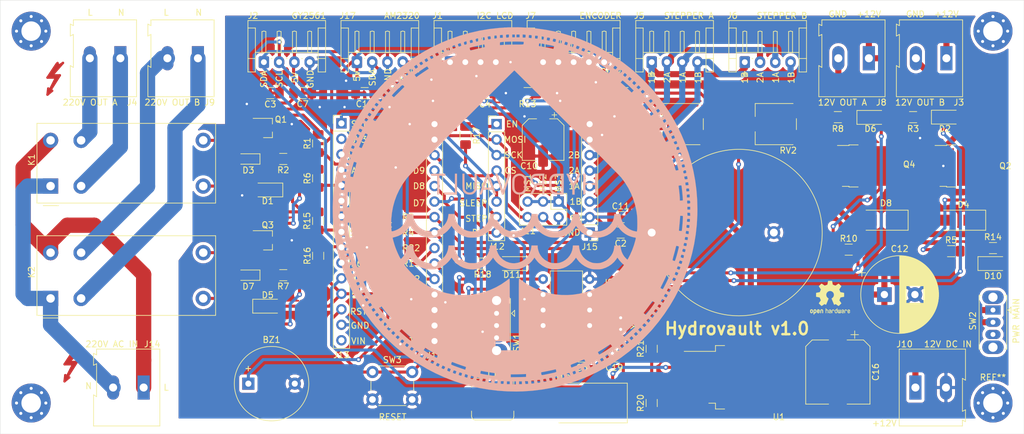
<source format=kicad_pcb>
(kicad_pcb (version 20171130) (host pcbnew "(5.1.5)-3")
  (layers (0 F.Cu signal) (31 B.Cu signal) (34 B.Paste user) (35 F.Paste user) (36 B.SilkS user) (37 F.SilkS user) (38 B.Mask user) (39 F.Mask user) (44 Edge.Cuts user))
  (net 0 "")
  (net 1 VIN)
  (net 2 RST)
  (net 3 A7)
  (net 4 A6)
  (net 5 A3)
  (net 6 A2)
  (net 7 A1)
  (net 8 A0)
  (net 9 D8)
  (net 10 D7)
  (net 11 D6)
  (net 12 D5)
  (net 13 D4)
  (net 14 D3)
  (net 15 D2)
  (net 16 RX0)
  (net 17 TX1)
  (net 18 CS)
  (net 19 VMOT)
  (net 20 2B)
  (net 21 2A)
  (net 22 1A)
  (net 23 1B)
  (net 24 SDA)
  (net 25 SCL)
  (net 26 Earth)
  (net 27 "Net-(BT1-Pad1)")
  (net 28 "Net-(BZ1-Pad1)")
  (net 29 +5V)
  (net 30 "Net-(C19-Pad2)")
  (net 31 "Net-(D1-Pad1)")
  (net 32 "Net-(D2-Pad1)")
  (net 33 "Net-(D3-Pad2)")
  (net 34 "Net-(D4-Pad2)")
  (net 35 "Net-(D5-Pad1)")
  (net 36 "Net-(D6-Pad1)")
  (net 37 "Net-(D7-Pad2)")
  (net 38 "Net-(D8-Pad2)")
  (net 39 "Net-(D10-Pad2)")
  (net 40 "Net-(D11-Pad2)")
  (net 41 "Net-(D12-Pad1)")
  (net 42 "Net-(J4-Pad2)")
  (net 43 "Net-(J4-Pad1)")
  (net 44 "Net-(J9-Pad2)")
  (net 45 "Net-(J9-Pad1)")
  (net 46 "Net-(J10-Pad1)")
  (net 47 MOSI)
  (net 48 SCK)
  (net 49 MISO)
  (net 50 "Net-(J12-Pad1)")
  (net 51 AREF)
  (net 52 +3V3)
  (net 53 NEUT)
  (net 54 LINE)
  (net 55 "Net-(J16-Pad12)")
  (net 56 "Net-(Q1-Pad2)")
  (net 57 "Net-(Q2-Pad2)")
  (net 58 "Net-(Q3-Pad2)")
  (net 59 "Net-(Q4-Pad2)")
  (net 60 "Net-(R17-Pad2)")
  (net 61 "Net-(U2-Pad7)")
  (net 62 "Net-(U2-Pad2)")
  (net 63 "Net-(U2-Pad1)")
  (net 64 "Net-(D9-Pad1)")
  (module "!Rotary Garden:logo1" (layer B.Cu) (at 152.908 90.17 180)
    (fp_text reference G*** hide)
    (fp_text value LOGO hide)
  )
  (module Battery:BatteryHolder_ComfortableElectronic_CH273-2450_1x2450 (layer F.Cu) (at 175.26 93.98)
    (fp_text reference BT1 (at 0.1 -6.62) (layer F.SilkS))
    (fp_text value "3V BAT")
    (pad 2 thru_hole circle (at 20 0 270) (size 2.1 2.1) (drill 1.3) (layers *.Cu *.Mask) (net 26 Earth))
    (pad 1 thru_hole rect (at 0 0 270) (size 2.1 2.1) (drill 1.3) (layers *.Cu *.Mask) (net 27 "Net-(BT1-Pad1)"))
  )
  (module Symbol:OSHW-Logo2_7.3x6mm_SilkScreen (layer F.Cu) (at 204.47 104.648)
    (fp_text reference REF** hide)
    (fp_text value OSHW-Logo2_7.3x6mm_SilkScreen hide)
  )
  (module Symbol:Symbol_Highvoltage_Type1_CopperTop_Small (layer F.Cu) (at 76.708 69.342)
    (fp_text reference REF** hide)
    (fp_text value Symbol_Highvoltage_Type1_CopperTop_Small hide)
    (fp_line (start 1.397 -2.794) (end 0 -0.889) (layer F.Cu) (width 0.381))
    (fp_line (start 0 -0.889) (end 1.27 -0.889) (layer F.Cu) (width 0.381))
    (fp_line (start -0.254 1.016) (end -0.381 2.032) (layer F.Cu) (width 0.381))
    (fp_line (start -0.381 2.032) (end 0.381 1.397) (layer F.Cu) (width 0.381))
    (fp_line (start 0.381 1.397) (end -0.127 1.651) (layer F.Cu) (width 0.381))
    (fp_line (start -0.127 1.651) (end 1.651 -1.143) (layer F.Cu) (width 0.381))
    (fp_line (start 1.651 -1.143) (end 0.381 -1.143) (layer F.Cu) (width 0.381))
    (fp_line (start 0.381 -1.143) (end 2.159 -3.175) (layer F.Cu) (width 0.381))
    (fp_line (start 2.159 -3.175) (end 1.397 -2.667) (layer F.Cu) (width 0.381))
    (fp_line (start 1.397 -2.667) (end 1.27 -3.175) (layer F.Cu) (width 0.381))
    (fp_line (start 1.143 -3.048) (end -0.381 -0.762) (layer F.Cu) (width 0.381))
    (fp_line (start -0.381 -0.762) (end 1.016 -0.762) (layer F.Cu) (width 0.381))
    (fp_line (start 1.016 -0.762) (end -0.127 1.524) (layer F.Cu) (width 0.381))
    (fp_line (start -0.127 1.524) (end -0.254 1.016) (layer F.Cu) (width 0.381))
  )
  (module Symbol:Symbol_Highvoltage_Type1_CopperTop_Small (layer F.Cu) (at 79.502 116.332)
    (fp_text reference REF** hide)
    (fp_text value Symbol_Highvoltage_Type1_CopperTop_Small hide)
    (fp_line (start -0.127 1.524) (end -0.254 1.016) (layer F.Cu) (width 0.381))
    (fp_line (start 1.016 -0.762) (end -0.127 1.524) (layer F.Cu) (width 0.381))
    (fp_line (start -0.381 -0.762) (end 1.016 -0.762) (layer F.Cu) (width 0.381))
    (fp_line (start 1.143 -3.048) (end -0.381 -0.762) (layer F.Cu) (width 0.381))
    (fp_line (start 1.397 -2.667) (end 1.27 -3.175) (layer F.Cu) (width 0.381))
    (fp_line (start 2.159 -3.175) (end 1.397 -2.667) (layer F.Cu) (width 0.381))
    (fp_line (start 0.381 -1.143) (end 2.159 -3.175) (layer F.Cu) (width 0.381))
    (fp_line (start 1.651 -1.143) (end 0.381 -1.143) (layer F.Cu) (width 0.381))
    (fp_line (start -0.127 1.651) (end 1.651 -1.143) (layer F.Cu) (width 0.381))
    (fp_line (start 0.381 1.397) (end -0.127 1.651) (layer F.Cu) (width 0.381))
    (fp_line (start -0.381 2.032) (end 0.381 1.397) (layer F.Cu) (width 0.381))
    (fp_line (start -0.254 1.016) (end -0.381 2.032) (layer F.Cu) (width 0.381))
    (fp_line (start 0 -0.889) (end 1.27 -0.889) (layer F.Cu) (width 0.381))
    (fp_line (start 1.397 -2.794) (end 0 -0.889) (layer F.Cu) (width 0.381))
  )
  (module Connector_PinHeader_2.54mm:PinHeader_1x15_P2.54mm_Vertical (layer F.Cu) (at 139.7 111.76 180)
    (fp_text reference J16 (at 0 -2.33) (layer F.SilkS))
    (fp_text value "ARDUINO NANO")
    (pad 15 thru_hole oval (at 0 35.56 180) (size 1.7 1.7) (drill 1) (layers *.Cu *.Mask) (net 49 MISO))
    (pad 14 thru_hole oval (at 0 33.02 180) (size 1.7 1.7) (drill 1) (layers *.Cu *.Mask) (net 47 MOSI))
    (pad 13 thru_hole oval (at 0 30.48 180) (size 1.7 1.7) (drill 1) (layers *.Cu *.Mask) (net 18 CS))
    (pad 12 thru_hole oval (at 0 27.94 180) (size 1.7 1.7) (drill 1) (layers *.Cu *.Mask) (net 55 "Net-(J16-Pad12)"))
    (pad 11 thru_hole oval (at 0 25.4 180) (size 1.7 1.7) (drill 1) (layers *.Cu *.Mask) (net 9 D8))
    (pad 10 thru_hole oval (at 0 22.86 180) (size 1.7 1.7) (drill 1) (layers *.Cu *.Mask) (net 10 D7))
    (pad 9 thru_hole oval (at 0 20.32 180) (size 1.7 1.7) (drill 1) (layers *.Cu *.Mask) (net 11 D6))
    (pad 8 thru_hole oval (at 0 17.78 180) (size 1.7 1.7) (drill 1) (layers *.Cu *.Mask) (net 12 D5))
    (pad 7 thru_hole oval (at 0 15.24 180) (size 1.7 1.7) (drill 1) (layers *.Cu *.Mask) (net 13 D4))
    (pad 6 thru_hole oval (at 0 12.7 180) (size 1.7 1.7) (drill 1) (layers *.Cu *.Mask) (net 14 D3))
    (pad 5 thru_hole oval (at 0 10.16 180) (size 1.7 1.7) (drill 1) (layers *.Cu *.Mask) (net 15 D2))
    (pad 4 thru_hole oval (at 0 7.62 180) (size 1.7 1.7) (drill 1) (layers *.Cu *.Mask) (net 26 Earth))
    (pad 3 thru_hole oval (at 0 5.08 180) (size 1.7 1.7) (drill 1) (layers *.Cu *.Mask) (net 2 RST))
    (pad 2 thru_hole oval (at 0 2.54 180) (size 1.7 1.7) (drill 1) (layers *.Cu *.Mask) (net 16 RX0))
    (pad 1 thru_hole rect (at 0 0 180) (size 1.7 1.7) (drill 1) (layers *.Cu *.Mask) (net 17 TX1))
  )
  (module Connector_PinHeader_2.54mm:PinHeader_1x15_P2.54mm_Vertical (layer F.Cu) (at 124.46 76.073)
    (fp_text reference J13 (at 0 37.973) (layer F.SilkS))
    (fp_text value "ARDUINO NANO" (at 7.62 7.493 90) (layer F.SilkS))
    (pad 15 thru_hole oval (at 0 35.56) (size 1.7 1.7) (drill 1) (layers *.Cu *.Mask) (net 1 VIN))
    (pad 14 thru_hole oval (at 0 33.02) (size 1.7 1.7) (drill 1) (layers *.Cu *.Mask) (net 26 Earth))
    (pad 13 thru_hole oval (at 0 30.48) (size 1.7 1.7) (drill 1) (layers *.Cu *.Mask) (net 2 RST))
    (pad 12 thru_hole oval (at 0 27.94) (size 1.7 1.7) (drill 1) (layers *.Cu *.Mask) (net 29 +5V))
    (pad 11 thru_hole oval (at 0 25.4) (size 1.7 1.7) (drill 1) (layers *.Cu *.Mask) (net 3 A7))
    (pad 10 thru_hole oval (at 0 22.86) (size 1.7 1.7) (drill 1) (layers *.Cu *.Mask) (net 4 A6))
    (pad 9 thru_hole oval (at 0 20.32) (size 1.7 1.7) (drill 1) (layers *.Cu *.Mask) (net 25 SCL))
    (pad 8 thru_hole oval (at 0 17.78) (size 1.7 1.7) (drill 1) (layers *.Cu *.Mask) (net 24 SDA))
    (pad 7 thru_hole oval (at 0 15.24) (size 1.7 1.7) (drill 1) (layers *.Cu *.Mask) (net 5 A3))
    (pad 6 thru_hole oval (at 0 12.7) (size 1.7 1.7) (drill 1) (layers *.Cu *.Mask) (net 6 A2))
    (pad 5 thru_hole oval (at 0 10.16) (size 1.7 1.7) (drill 1) (layers *.Cu *.Mask) (net 7 A1))
    (pad 4 thru_hole oval (at 0 7.62) (size 1.7 1.7) (drill 1) (layers *.Cu *.Mask) (net 8 A0))
    (pad 3 thru_hole oval (at 0 5.08) (size 1.7 1.7) (drill 1) (layers *.Cu *.Mask) (net 51 AREF))
    (pad 2 thru_hole oval (at 0 2.54) (size 1.7 1.7) (drill 1) (layers *.Cu *.Mask) (net 52 +3V3))
    (pad 1 thru_hole rect (at 0 0) (size 1.7 1.7) (drill 1) (layers *.Cu *.Mask) (net 48 SCK))
  )
  (module MountingHole:MountingHole_3.2mm_M3_Pad_Via (layer F.Cu) (at 231.14 121.92)
    (fp_text reference REF** (at 0 -4.2) (layer F.SilkS))
    (fp_text value MountingHole_3.2mm_M3_Pad_Via)
    (pad 1 thru_hole circle (at 1.697056 -1.697056) (size 0.8 0.8) (drill 0.5) (layers *.Cu *.Mask))
    (pad 1 thru_hole circle (at 0 -2.4) (size 0.8 0.8) (drill 0.5) (layers *.Cu *.Mask))
    (pad 1 thru_hole circle (at -1.697056 -1.697056) (size 0.8 0.8) (drill 0.5) (layers *.Cu *.Mask))
    (pad 1 thru_hole circle (at -2.4 0) (size 0.8 0.8) (drill 0.5) (layers *.Cu *.Mask))
    (pad 1 thru_hole circle (at -1.697056 1.697056) (size 0.8 0.8) (drill 0.5) (layers *.Cu *.Mask))
    (pad 1 thru_hole circle (at 0 2.4) (size 0.8 0.8) (drill 0.5) (layers *.Cu *.Mask))
    (pad 1 thru_hole circle (at 1.697056 1.697056) (size 0.8 0.8) (drill 0.5) (layers *.Cu *.Mask))
    (pad 1 thru_hole circle (at 2.4 0) (size 0.8 0.8) (drill 0.5) (layers *.Cu *.Mask))
    (pad 1 thru_hole circle (at 0 0) (size 6.4 6.4) (drill 3.2) (layers *.Cu *.Mask))
  )
  (module MountingHole:MountingHole_3.2mm_M3_Pad_Via (layer F.Cu) (at 73.66 121.92)
    (fp_text reference REF** hide)
    (fp_text value MountingHole_3.2mm_M3_Pad_Via)
    (pad 1 thru_hole circle (at 1.697056 -1.697056) (size 0.8 0.8) (drill 0.5) (layers *.Cu *.Mask))
    (pad 1 thru_hole circle (at 0 -2.4) (size 0.8 0.8) (drill 0.5) (layers *.Cu *.Mask))
    (pad 1 thru_hole circle (at -1.697056 -1.697056) (size 0.8 0.8) (drill 0.5) (layers *.Cu *.Mask))
    (pad 1 thru_hole circle (at -2.4 0) (size 0.8 0.8) (drill 0.5) (layers *.Cu *.Mask))
    (pad 1 thru_hole circle (at -1.697056 1.697056) (size 0.8 0.8) (drill 0.5) (layers *.Cu *.Mask))
    (pad 1 thru_hole circle (at 0 2.4) (size 0.8 0.8) (drill 0.5) (layers *.Cu *.Mask))
    (pad 1 thru_hole circle (at 1.697056 1.697056) (size 0.8 0.8) (drill 0.5) (layers *.Cu *.Mask))
    (pad 1 thru_hole circle (at 2.4 0) (size 0.8 0.8) (drill 0.5) (layers *.Cu *.Mask))
    (pad 1 thru_hole circle (at 0 0) (size 6.4 6.4) (drill 3.2) (layers *.Cu *.Mask))
  )
  (module MountingHole:MountingHole_3.2mm_M3_Pad_Via (layer F.Cu) (at 231.14 60.96)
    (fp_text reference REF** hide)
    (fp_text value MountingHole_3.2mm_M3_Pad_Via)
    (pad 1 thru_hole circle (at 1.697056 -1.697056) (size 0.8 0.8) (drill 0.5) (layers *.Cu *.Mask))
    (pad 1 thru_hole circle (at 0 -2.4) (size 0.8 0.8) (drill 0.5) (layers *.Cu *.Mask))
    (pad 1 thru_hole circle (at -1.697056 -1.697056) (size 0.8 0.8) (drill 0.5) (layers *.Cu *.Mask))
    (pad 1 thru_hole circle (at -2.4 0) (size 0.8 0.8) (drill 0.5) (layers *.Cu *.Mask))
    (pad 1 thru_hole circle (at -1.697056 1.697056) (size 0.8 0.8) (drill 0.5) (layers *.Cu *.Mask))
    (pad 1 thru_hole circle (at 0 2.4) (size 0.8 0.8) (drill 0.5) (layers *.Cu *.Mask))
    (pad 1 thru_hole circle (at 1.697056 1.697056) (size 0.8 0.8) (drill 0.5) (layers *.Cu *.Mask))
    (pad 1 thru_hole circle (at 2.4 0) (size 0.8 0.8) (drill 0.5) (layers *.Cu *.Mask))
    (pad 1 thru_hole circle (at 0 0) (size 6.4 6.4) (drill 3.2) (layers *.Cu *.Mask))
  )
  (module MountingHole:MountingHole_3.2mm_M3_Pad_Via (layer F.Cu) (at 73.66 60.96)
    (fp_text reference REF** hide)
    (fp_text value MountingHole_3.2mm_M3_Pad_Via)
    (pad 1 thru_hole circle (at 1.697056 -1.697056) (size 0.8 0.8) (drill 0.5) (layers *.Cu *.Mask))
    (pad 1 thru_hole circle (at 0 -2.4) (size 0.8 0.8) (drill 0.5) (layers *.Cu *.Mask))
    (pad 1 thru_hole circle (at -1.697056 -1.697056) (size 0.8 0.8) (drill 0.5) (layers *.Cu *.Mask))
    (pad 1 thru_hole circle (at -2.4 0) (size 0.8 0.8) (drill 0.5) (layers *.Cu *.Mask))
    (pad 1 thru_hole circle (at -1.697056 1.697056) (size 0.8 0.8) (drill 0.5) (layers *.Cu *.Mask))
    (pad 1 thru_hole circle (at 0 2.4) (size 0.8 0.8) (drill 0.5) (layers *.Cu *.Mask))
    (pad 1 thru_hole circle (at 1.697056 1.697056) (size 0.8 0.8) (drill 0.5) (layers *.Cu *.Mask))
    (pad 1 thru_hole circle (at 2.4 0) (size 0.8 0.8) (drill 0.5) (layers *.Cu *.Mask))
    (pad 1 thru_hole circle (at 0 0) (size 6.4 6.4) (drill 3.2) (layers *.Cu *.Mask))
  )
  (module Resistor_SMD:R_1206_3216Metric_Pad1.42x1.75mm_HandSolder (layer F.Cu) (at 132.08 96.52)
    (fp_text reference R22 (at 3.81 0) (layer F.SilkS))
    (fp_text value 10K)
    (pad 2 smd roundrect (at 1.4875 0) (size 1.425 1.75) (layers F.Cu F.Paste F.Mask) (roundrect_rratio 0.175439) (net 26 Earth))
    (pad 1 smd roundrect (at -1.4875 0) (size 1.425 1.75) (layers F.Cu F.Paste F.Mask) (roundrect_rratio 0.175439) (net 5 A3))
  )
  (module Connector_JST:JST_EH_S4B-EH_1x04_P2.50mm_Horizontal (layer F.Cu) (at 142.24 66.04)
    (fp_text reference J1 (at -2.032 -7.62) (layer F.SilkS))
    (fp_text value "I2C LCD" (at 7.366 -7.62) (layer F.SilkS))
    (pad 4 thru_hole oval (at 7.5 0) (size 1.7 1.95) (drill 0.95) (layers *.Cu *.Mask) (net 26 Earth))
    (pad 3 thru_hole oval (at 5 0) (size 1.7 1.95) (drill 0.95) (layers *.Cu *.Mask) (net 29 +5V))
    (pad 2 thru_hole oval (at 2.5 0) (size 1.7 1.95) (drill 0.95) (layers *.Cu *.Mask) (net 24 SDA))
    (pad 1 thru_hole roundrect (at 0 0) (size 1.7 1.95) (drill 0.95) (layers *.Cu *.Mask) (roundrect_rratio 0.147059) (net 25 SCL))
  )
  (module Crystal:Crystal_Round_D2.0mm_Vertical (layer F.Cu) (at 170.18 107.95 270)
    (fp_text reference Y1 (at 0.95 -2.2 90) (layer F.SilkS))
    (fp_text value "32.768 kHz")
    (pad 2 thru_hole circle (at 1.9 0 270) (size 1 1) (drill 0.5) (layers *.Cu *.Mask) (net 63 "Net-(U2-Pad1)"))
    (pad 1 thru_hole circle (at 0 0 270) (size 1 1) (drill 0.5) (layers *.Cu *.Mask) (net 62 "Net-(U2-Pad2)"))
  )
  (module Package_DIP:DIP-8_W7.62mm (layer F.Cu) (at 165.1 109.22 180)
    (fp_text reference U2 (at 3.81 -2.33) (layer F.SilkS))
    (fp_text value DS1307+)
    (pad 8 thru_hole oval (at 7.62 0 180) (size 1.6 1.6) (drill 0.8) (layers *.Cu *.Mask) (net 29 +5V))
    (pad 4 thru_hole oval (at 0 7.62 180) (size 1.6 1.6) (drill 0.8) (layers *.Cu *.Mask) (net 26 Earth))
    (pad 7 thru_hole oval (at 7.62 2.54 180) (size 1.6 1.6) (drill 0.8) (layers *.Cu *.Mask) (net 61 "Net-(U2-Pad7)"))
    (pad 3 thru_hole oval (at 0 5.08 180) (size 1.6 1.6) (drill 0.8) (layers *.Cu *.Mask) (net 27 "Net-(BT1-Pad1)"))
    (pad 6 thru_hole oval (at 7.62 5.08 180) (size 1.6 1.6) (drill 0.8) (layers *.Cu *.Mask) (net 25 SCL))
    (pad 2 thru_hole oval (at 0 2.54 180) (size 1.6 1.6) (drill 0.8) (layers *.Cu *.Mask) (net 62 "Net-(U2-Pad2)"))
    (pad 5 thru_hole oval (at 7.62 7.62 180) (size 1.6 1.6) (drill 0.8) (layers *.Cu *.Mask) (net 24 SDA))
    (pad 1 thru_hole rect (at 0 0 180) (size 1.6 1.6) (drill 0.8) (layers *.Cu *.Mask) (net 63 "Net-(U2-Pad1)"))
  )
  (module Package_TO_SOT_SMD:TO-263-5_TabPin3 (layer F.Cu) (at 188.655 117.7)
    (fp_text reference U1 (at 7.433 6.506) (layer F.SilkS))
    (fp_text value LM2596S-ADJ)
    (pad 3 smd rect (at 3.375 0) (size 9.4 10.8) (layers F.Cu F.Mask) (net 26 Earth))
    (pad 5 smd rect (at -5.775 3.4) (size 4.6 1.1) (layers F.Cu F.Paste F.Mask) (net 26 Earth))
    (pad 4 smd rect (at -5.775 1.7) (size 4.6 1.1) (layers F.Cu F.Paste F.Mask) (net 30 "Net-(C19-Pad2)"))
    (pad 3 smd rect (at -5.775 0) (size 4.6 1.1) (layers F.Cu F.Paste F.Mask) (net 26 Earth))
    (pad 2 smd rect (at -5.775 -1.7) (size 4.6 1.1) (layers F.Cu F.Paste F.Mask) (net 41 "Net-(D12-Pad1)"))
    (pad 1 smd rect (at -5.775 -3.4) (size 4.6 1.1) (layers F.Cu F.Paste F.Mask) (net 19 VMOT))
  )
  (module Button_Switch_THT:SW_PUSH_6mm (layer F.Cu) (at 129.54 116.84)
    (fp_text reference SW3 (at 3.25 -2) (layer F.SilkS))
    (fp_text value HRESET)
    (pad 1 thru_hole circle (at 6.5 0 90) (size 2 2) (drill 1.1) (layers *.Cu *.Mask) (net 2 RST))
    (pad 2 thru_hole circle (at 6.5 4.5 90) (size 2 2) (drill 1.1) (layers *.Cu *.Mask) (net 26 Earth))
    (pad 1 thru_hole circle (at 0 0 90) (size 2 2) (drill 1.1) (layers *.Cu *.Mask) (net 2 RST))
    (pad 2 thru_hole circle (at 0 4.5 90) (size 2 2) (drill 1.1) (layers *.Cu *.Mask) (net 26 Earth))
  )
  (module Button_Switch_THT:SW_Slide_1P2T_CK_OS102011MS2Q (layer F.Cu) (at 231.14 106.68 270)
    (fp_text reference SW2 (at 1.778 3.302 90) (layer F.SilkS))
    (fp_text value "PWR MAIN" (at 1.778 -3.81 90) (layer F.SilkS))
    (pad "" thru_hole oval (at 6.1 0 270) (size 2.2 3.5) (drill 1.5) (layers *.Cu *.Mask))
    (pad "" thru_hole oval (at -2.1 0 270) (size 2.2 3.5) (drill 1.5) (layers *.Cu *.Mask))
    (pad 3 thru_hole oval (at 4 0 270) (size 1.5 2.5) (drill 0.8) (layers *.Cu *.Mask))
    (pad 2 thru_hole oval (at 2 0 270) (size 1.5 2.5) (drill 0.8) (layers *.Cu *.Mask) (net 46 "Net-(J10-Pad1)"))
    (pad 1 thru_hole rect (at 0 0 270) (size 1.5 2.5) (drill 0.8) (layers *.Cu *.Mask) (net 19 VMOT))
  )
  (module Button_Switch_THT:SW_Slide_1P2T_CK_OS102011MS2Q (layer F.Cu) (at 149.86 107.22 270)
    (fp_text reference SW1 (at 4.794 -3.302 90) (layer F.SilkS))
    (fp_text value "STEPPER EN" (at 2 3.302 90) (layer F.SilkS))
    (pad "" thru_hole oval (at 6.1 0 270) (size 2.2 3.5) (drill 1.5) (layers *.Cu *.Mask))
    (pad "" thru_hole oval (at -2.1 0 270) (size 2.2 3.5) (drill 1.5) (layers *.Cu *.Mask))
    (pad 3 thru_hole oval (at 4 0 270) (size 1.5 2.5) (drill 0.8) (layers *.Cu *.Mask) (net 29 +5V))
    (pad 2 thru_hole oval (at 2 0 270) (size 1.5 2.5) (drill 0.8) (layers *.Cu *.Mask) (net 60 "Net-(R17-Pad2)"))
    (pad 1 thru_hole rect (at 0 0 270) (size 1.5 2.5) (drill 0.8) (layers *.Cu *.Mask) (net 26 Earth))
  )
  (module Potentiometer_SMD:Potentiometer_ACP_CA6-VSMD_Vertical (layer F.Cu) (at 195.58 76.2 180)
    (fp_text reference RV2 (at -2.032 -4.318) (layer F.SilkS))
    (fp_text value "POT B")
    (pad 1 smd rect (at -4.325 2.15 180) (size 2.5 2) (layers F.Cu F.Paste F.Mask) (net 29 +5V))
    (pad 2 smd rect (at 4.325 0 180) (size 2.5 2) (layers F.Cu F.Paste F.Mask) (net 3 A7))
    (pad 3 smd rect (at -4.325 -2.15 180) (size 2.5 2) (layers F.Cu F.Paste F.Mask) (net 26 Earth))
  )
  (module Potentiometer_SMD:Potentiometer_ACP_CA6-VSMD_Vertical (layer F.Cu) (at 180.34 76.2 180)
    (fp_text reference RV1 (at 2.032 -4.318) (layer F.SilkS))
    (fp_text value "POT A")
    (pad 1 smd rect (at -4.325 2.15 180) (size 2.5 2) (layers F.Cu F.Paste F.Mask) (net 29 +5V))
    (pad 2 smd rect (at 4.325 0 180) (size 2.5 2) (layers F.Cu F.Paste F.Mask) (net 4 A6))
    (pad 3 smd rect (at -4.325 -2.15 180) (size 2.5 2) (layers F.Cu F.Paste F.Mask) (net 26 Earth))
  )
  (module Resistor_SMD:R_1206_3216Metric_Pad1.42x1.75mm_HandSolder (layer F.Cu) (at 175.26 113.03 90)
    (fp_text reference R21 (at 0 -1.82 90) (layer F.SilkS))
    (fp_text value 1K)
    (pad 2 smd roundrect (at 1.4875 0 90) (size 1.425 1.75) (layers F.Cu F.Paste F.Mask) (roundrect_rratio 0.175439) (net 26 Earth))
    (pad 1 smd roundrect (at -1.4875 0 90) (size 1.425 1.75) (layers F.Cu F.Paste F.Mask) (roundrect_rratio 0.175439) (net 30 "Net-(C19-Pad2)"))
  )
  (module Resistor_SMD:R_1206_3216Metric_Pad1.42x1.75mm_HandSolder (layer F.Cu) (at 175.26 121.92 90)
    (fp_text reference R20 (at 0 -1.82 90) (layer F.SilkS))
    (fp_text value 3K)
    (pad 2 smd roundrect (at 1.4875 0 90) (size 1.425 1.75) (layers F.Cu F.Paste F.Mask) (roundrect_rratio 0.175439) (net 30 "Net-(C19-Pad2)"))
    (pad 1 smd roundrect (at -1.4875 0 90) (size 1.425 1.75) (layers F.Cu F.Paste F.Mask) (roundrect_rratio 0.175439) (net 29 +5V))
  )
  (module Resistor_SMD:R_1206_3216Metric_Pad1.42x1.75mm_HandSolder (layer F.Cu) (at 132.08 99.06)
    (fp_text reference R19 (at 3.81 0) (layer F.SilkS))
    (fp_text value R100)
    (pad 2 smd roundrect (at 1.4875 0) (size 1.425 1.75) (layers F.Cu F.Paste F.Mask) (roundrect_rratio 0.175439) (net 13 D4))
    (pad 1 smd roundrect (at -1.4875 0) (size 1.425 1.75) (layers F.Cu F.Paste F.Mask) (roundrect_rratio 0.175439) (net 28 "Net-(BZ1-Pad1)"))
  )
  (module Resistor_SMD:R_1206_3216Metric_Pad1.42x1.75mm_HandSolder (layer F.Cu) (at 147.32 99.06)
    (fp_text reference R18 (at 0.254 1.778) (layer F.SilkS))
    (fp_text value R120)
    (pad 2 smd roundrect (at 1.4875 0) (size 1.425 1.75) (layers F.Cu F.Paste F.Mask) (roundrect_rratio 0.175439) (net 40 "Net-(D11-Pad2)"))
    (pad 1 smd roundrect (at -1.4875 0) (size 1.425 1.75) (layers F.Cu F.Paste F.Mask) (roundrect_rratio 0.175439) (net 55 "Net-(J16-Pad12)"))
  )
  (module Resistor_SMD:R_1206_3216Metric_Pad1.42x1.75mm_HandSolder (layer F.Cu) (at 144.78 78.071827 270)
    (fp_text reference R17 (at 0 -1.82 90) (layer F.SilkS))
    (fp_text value 10K)
    (pad 2 smd roundrect (at 1.4875 0 270) (size 1.425 1.75) (layers F.Cu F.Paste F.Mask) (roundrect_rratio 0.175439) (net 60 "Net-(R17-Pad2)"))
    (pad 1 smd roundrect (at -1.4875 0 270) (size 1.425 1.75) (layers F.Cu F.Paste F.Mask) (roundrect_rratio 0.175439) (net 50 "Net-(J12-Pad1)"))
  )
  (module Resistor_SMD:R_1206_3216Metric_Pad1.42x1.75mm_HandSolder (layer F.Cu) (at 120.65 97.79 270)
    (fp_text reference R16 (at 0 1.778 90) (layer F.SilkS))
    (fp_text value 4K7)
    (pad 2 smd roundrect (at 1.4875 0 270) (size 1.425 1.75) (layers F.Cu F.Paste F.Mask) (roundrect_rratio 0.175439) (net 29 +5V))
    (pad 1 smd roundrect (at -1.4875 0 270) (size 1.425 1.75) (layers F.Cu F.Paste F.Mask) (roundrect_rratio 0.175439) (net 25 SCL))
  )
  (module Resistor_SMD:R_1206_3216Metric_Pad1.42x1.75mm_HandSolder (layer F.Cu) (at 120.65 92.075 90)
    (fp_text reference R15 (at 0 -1.82 90) (layer F.SilkS))
    (fp_text value 4K7)
    (pad 2 smd roundrect (at 1.4875 0 90) (size 1.425 1.75) (layers F.Cu F.Paste F.Mask) (roundrect_rratio 0.175439) (net 29 +5V))
    (pad 1 smd roundrect (at -1.4875 0 90) (size 1.425 1.75) (layers F.Cu F.Paste F.Mask) (roundrect_rratio 0.175439) (net 24 SDA))
  )
  (module Resistor_SMD:R_1206_3216Metric_Pad1.42x1.75mm_HandSolder (layer F.Cu) (at 231.14 96.52)
    (fp_text reference R14 (at 0 -1.82) (layer F.SilkS))
    (fp_text value R400)
    (pad 2 smd roundrect (at 1.4875 0) (size 1.425 1.75) (layers F.Cu F.Paste F.Mask) (roundrect_rratio 0.175439) (net 39 "Net-(D10-Pad2)"))
    (pad 1 smd roundrect (at -1.4875 0) (size 1.425 1.75) (layers F.Cu F.Paste F.Mask) (roundrect_rratio 0.175439) (net 19 VMOT))
  )
  (module Resistor_SMD:R_1206_3216Metric_Pad1.42x1.75mm_HandSolder (layer F.Cu) (at 154.94 71.12)
    (fp_text reference R13 (at 0 1.778) (layer F.SilkS))
    (fp_text value R120)
    (pad 2 smd roundrect (at 1.4875 0) (size 1.425 1.75) (layers F.Cu F.Paste F.Mask) (roundrect_rratio 0.175439) (net 64 "Net-(D9-Pad1)"))
    (pad 1 smd roundrect (at -1.4875 0) (size 1.425 1.75) (layers F.Cu F.Paste F.Mask) (roundrect_rratio 0.175439) (net 26 Earth))
  )
  (module Resistor_SMD:R_1206_3216Metric_Pad1.42x1.75mm_HandSolder (layer F.Cu) (at 132.08 101.6)
    (fp_text reference R12 (at 3.81 0) (layer F.SilkS))
    (fp_text value 10K)
    (pad 2 smd roundrect (at 1.4875 0) (size 1.425 1.75) (layers F.Cu F.Paste F.Mask) (roundrect_rratio 0.175439) (net 15 D2))
    (pad 1 smd roundrect (at -1.4875 0) (size 1.425 1.75) (layers F.Cu F.Paste F.Mask) (roundrect_rratio 0.175439) (net 29 +5V))
  )
  (module Resistor_SMD:R_1206_3216Metric_Pad1.42x1.75mm_HandSolder (layer F.Cu) (at 144.526 106.68 90)
    (fp_text reference R11 (at 0 -1.82 90) (layer F.SilkS))
    (fp_text value 10K)
    (pad 2 smd roundrect (at 1.4875 0 90) (size 1.425 1.75) (layers F.Cu F.Paste F.Mask) (roundrect_rratio 0.175439) (net 14 D3))
    (pad 1 smd roundrect (at -1.4875 0 90) (size 1.425 1.75) (layers F.Cu F.Paste F.Mask) (roundrect_rratio 0.175439) (net 29 +5V))
  )
  (module Resistor_SMD:R_1206_3216Metric_Pad1.42x1.75mm_HandSolder (layer F.Cu) (at 207.518 96.774)
    (fp_text reference R10 (at 0 -1.82) (layer F.SilkS))
    (fp_text value R220)
    (pad 2 smd roundrect (at 1.4875 0) (size 1.425 1.75) (layers F.Cu F.Paste F.Mask) (roundrect_rratio 0.175439) (net 11 D6))
    (pad 1 smd roundrect (at -1.4875 0) (size 1.425 1.75) (layers F.Cu F.Paste F.Mask) (roundrect_rratio 0.175439) (net 59 "Net-(Q4-Pad2)"))
  )
  (module Resistor_SMD:R_1206_3216Metric_Pad1.42x1.75mm_HandSolder (layer F.Cu) (at 132.08 91.44)
    (fp_text reference R9 (at 3.302 0) (layer F.SilkS))
    (fp_text value 100K)
    (pad 2 smd roundrect (at 1.4875 0) (size 1.425 1.75) (layers F.Cu F.Paste F.Mask) (roundrect_rratio 0.175439) (net 11 D6))
    (pad 1 smd roundrect (at -1.4875 0) (size 1.425 1.75) (layers F.Cu F.Paste F.Mask) (roundrect_rratio 0.175439) (net 26 Earth))
  )
  (module Resistor_SMD:R_1206_3216Metric_Pad1.42x1.75mm_HandSolder (layer F.Cu) (at 205.74 75.057)
    (fp_text reference R8 (at 0 1.905) (layer F.SilkS))
    (fp_text value R150)
    (pad 2 smd roundrect (at 1.4875 0) (size 1.425 1.75) (layers F.Cu F.Paste F.Mask) (roundrect_rratio 0.175439) (net 36 "Net-(D6-Pad1)"))
    (pad 1 smd roundrect (at -1.4875 0) (size 1.425 1.75) (layers F.Cu F.Paste F.Mask) (roundrect_rratio 0.175439) (net 26 Earth))
  )
  (module Resistor_SMD:R_1206_3216Metric_Pad1.42x1.75mm_HandSolder (layer F.Cu) (at 114.935 100.965 180)
    (fp_text reference R7 (at 0 -1.82) (layer F.SilkS))
    (fp_text value R120)
    (pad 2 smd roundrect (at 1.4875 0 180) (size 1.425 1.75) (layers F.Cu F.Paste F.Mask) (roundrect_rratio 0.175439) (net 37 "Net-(D7-Pad2)"))
    (pad 1 smd roundrect (at -1.4875 0 180) (size 1.425 1.75) (layers F.Cu F.Paste F.Mask) (roundrect_rratio 0.175439) (net 35 "Net-(D5-Pad1)"))
  )
  (module Resistor_SMD:R_1206_3216Metric_Pad1.42x1.75mm_HandSolder (layer F.Cu) (at 120.65 85.09 270)
    (fp_text reference R6 (at 0 1.778 90) (layer F.SilkS))
    (fp_text value 1K)
    (pad 2 smd roundrect (at 1.4875 0 270) (size 1.425 1.75) (layers F.Cu F.Paste F.Mask) (roundrect_rratio 0.175439) (net 7 A1))
    (pad 1 smd roundrect (at -1.4875 0 270) (size 1.425 1.75) (layers F.Cu F.Paste F.Mask) (roundrect_rratio 0.175439) (net 58 "Net-(Q3-Pad2)"))
  )
  (module Resistor_SMD:R_1206_3216Metric_Pad1.42x1.75mm_HandSolder (layer F.Cu) (at 224.282 97.028)
    (fp_text reference R5 (at 0 -1.82) (layer F.SilkS))
    (fp_text value R220)
    (pad 2 smd roundrect (at 1.4875 0) (size 1.425 1.75) (layers F.Cu F.Paste F.Mask) (roundrect_rratio 0.175439) (net 12 D5))
    (pad 1 smd roundrect (at -1.4875 0) (size 1.425 1.75) (layers F.Cu F.Paste F.Mask) (roundrect_rratio 0.175439) (net 57 "Net-(Q2-Pad2)"))
  )
  (module Resistor_SMD:R_1206_3216Metric_Pad1.42x1.75mm_HandSolder (layer F.Cu) (at 132.08 93.98)
    (fp_text reference R4 (at 3.302 0) (layer F.SilkS))
    (fp_text value 100K)
    (pad 2 smd roundrect (at 1.4875 0) (size 1.425 1.75) (layers F.Cu F.Paste F.Mask) (roundrect_rratio 0.175439) (net 12 D5))
    (pad 1 smd roundrect (at -1.4875 0) (size 1.425 1.75) (layers F.Cu F.Paste F.Mask) (roundrect_rratio 0.175439) (net 26 Earth))
  )
  (module Resistor_SMD:R_1206_3216Metric_Pad1.42x1.75mm_HandSolder (layer F.Cu) (at 218.062 75.057)
    (fp_text reference R3 (at 0 1.905) (layer F.SilkS))
    (fp_text value R150)
    (pad 2 smd roundrect (at 1.4875 0) (size 1.425 1.75) (layers F.Cu F.Paste F.Mask) (roundrect_rratio 0.175439) (net 32 "Net-(D2-Pad1)"))
    (pad 1 smd roundrect (at -1.4875 0) (size 1.425 1.75) (layers F.Cu F.Paste F.Mask) (roundrect_rratio 0.175439) (net 26 Earth))
  )
  (module Resistor_SMD:R_1206_3216Metric_Pad1.42x1.75mm_HandSolder (layer F.Cu) (at 114.935 81.915 180)
    (fp_text reference R2 (at 0 -1.82) (layer F.SilkS))
    (fp_text value R120)
    (pad 2 smd roundrect (at 1.4875 0 180) (size 1.425 1.75) (layers F.Cu F.Paste F.Mask) (roundrect_rratio 0.175439) (net 33 "Net-(D3-Pad2)"))
    (pad 1 smd roundrect (at -1.4875 0 180) (size 1.425 1.75) (layers F.Cu F.Paste F.Mask) (roundrect_rratio 0.175439) (net 31 "Net-(D1-Pad1)"))
  )
  (module Resistor_SMD:R_1206_3216Metric_Pad1.42x1.75mm_HandSolder (layer F.Cu) (at 120.65 79.375 270)
    (fp_text reference R1 (at 0 1.778 90) (layer F.SilkS))
    (fp_text value 1K)
    (pad 2 smd roundrect (at 1.4875 0 270) (size 1.425 1.75) (layers F.Cu F.Paste F.Mask) (roundrect_rratio 0.175439) (net 8 A0))
    (pad 1 smd roundrect (at -1.4875 0 270) (size 1.425 1.75) (layers F.Cu F.Paste F.Mask) (roundrect_rratio 0.175439) (net 56 "Net-(Q1-Pad2)"))
  )
  (module Package_TO_SOT_SMD:ATPAK-2 (layer F.Cu) (at 210.82 83.058)
    (fp_text reference Q4 (at 6.604 -0.254) (layer F.SilkS))
    (fp_text value IRF640N)
    (pad 2 smd rect (at 1.8 0) (size 6.7 6.5) (layers F.Cu F.Mask) (net 59 "Net-(Q4-Pad2)"))
    (pad 3 smd rect (at -4.35 2.3) (size 1.6 1.5) (layers F.Cu F.Paste F.Mask) (net 26 Earth))
    (pad 1 smd rect (at -4.35 -2.3) (size 1.6 1.5) (layers F.Cu F.Paste F.Mask) (net 38 "Net-(D8-Pad2)"))
  )
  (module Package_TO_SOT_SMD:SOT-23_Handsoldering (layer F.Cu) (at 112.395 95.25)
    (fp_text reference Q3 (at 0 -2.5) (layer F.SilkS))
    (fp_text value MMBT3904)
    (pad 3 smd rect (at 1.5 0) (size 1.9 0.8) (layers F.Cu F.Paste F.Mask) (net 37 "Net-(D7-Pad2)"))
    (pad 2 smd rect (at -1.5 0.95) (size 1.9 0.8) (layers F.Cu F.Paste F.Mask) (net 58 "Net-(Q3-Pad2)"))
    (pad 1 smd rect (at -1.5 -0.95) (size 1.9 0.8) (layers F.Cu F.Paste F.Mask) (net 26 Earth))
  )
  (module Package_TO_SOT_SMD:ATPAK-2 (layer F.Cu) (at 226.8 83.058)
    (fp_text reference Q2 (at 6.372 0) (layer F.SilkS))
    (fp_text value IRF640N)
    (pad 2 smd rect (at 1.8 0) (size 6.7 6.5) (layers F.Cu F.Mask) (net 57 "Net-(Q2-Pad2)"))
    (pad 3 smd rect (at -4.35 2.3) (size 1.6 1.5) (layers F.Cu F.Paste F.Mask) (net 26 Earth))
    (pad 1 smd rect (at -4.35 -2.3) (size 1.6 1.5) (layers F.Cu F.Paste F.Mask) (net 34 "Net-(D4-Pad2)"))
  )
  (module Package_TO_SOT_SMD:SOT-23_Handsoldering (layer F.Cu) (at 112.395 76.835)
    (fp_text reference Q1 (at 2.159 -1.397) (layer F.SilkS))
    (fp_text value MMBT3904)
    (pad 3 smd rect (at 1.5 0) (size 1.9 0.8) (layers F.Cu F.Paste F.Mask) (net 33 "Net-(D3-Pad2)"))
    (pad 2 smd rect (at -1.5 0.95) (size 1.9 0.8) (layers F.Cu F.Paste F.Mask) (net 56 "Net-(Q1-Pad2)"))
    (pad 1 smd rect (at -1.5 -0.95) (size 1.9 0.8) (layers F.Cu F.Paste F.Mask) (net 26 Earth))
  )
  (module Inductor_SMD:L_Bourns_SRP7028A_7.3x6.6mm (layer F.Cu) (at 149.225 121.285)
    (fp_text reference L1 (at 0 -4.2) (layer F.SilkS))
    (fp_text value "33 mH")
    (pad 2 smd rect (at 2.725 0) (size 2.95 3.5) (layers F.Cu F.Paste F.Mask) (net 41 "Net-(D12-Pad1)"))
    (pad 1 smd rect (at -2.725 0) (size 2.95 3.5) (layers F.Cu F.Paste F.Mask) (net 29 +5V))
  )
  (module Relay_THT:Relay_DPST_Fujitsu_FTR-F1A (layer F.Cu) (at 76.835 104.775 90)
    (fp_text reference K2 (at 4.3 -3.1 90) (layer F.SilkS))
    (fp_text value FTR-F1A)
    (pad 8 thru_hole circle (at 7.5 0) (size 2.5 2.5) (drill 1.4) (layers *.Cu *.Mask) (net 54 LINE))
    (pad 7 thru_hole circle (at 7.5 5) (size 2.5 2.5) (drill 1.4) (layers *.Cu *.Mask) (net 44 "Net-(J9-Pad2)"))
    (pad 5 thru_hole circle (at 7.5 25) (size 2.5 2.5) (drill 1.4) (layers *.Cu *.Mask) (net 37 "Net-(D7-Pad2)"))
    (pad 4 thru_hole circle (at 0 25) (size 2.5 2.5) (drill 1.4) (layers *.Cu *.Mask) (net 29 +5V))
    (pad 2 thru_hole circle (at 0 5) (size 2.5 2.5) (drill 1.4) (layers *.Cu *.Mask) (net 45 "Net-(J9-Pad1)"))
    (pad 1 thru_hole rect (at 0 0) (size 2.5 2.5) (drill 1.4) (layers *.Cu *.Mask) (net 53 NEUT))
  )
  (module Relay_THT:Relay_DPST_Fujitsu_FTR-F1A (layer F.Cu) (at 76.835 86.36 90)
    (fp_text reference K1 (at 4.3 -3.1 90) (layer F.SilkS))
    (fp_text value FTR-F1A)
    (pad 8 thru_hole circle (at 7.5 0) (size 2.5 2.5) (drill 1.4) (layers *.Cu *.Mask) (net 54 LINE))
    (pad 7 thru_hole circle (at 7.5 5) (size 2.5 2.5) (drill 1.4) (layers *.Cu *.Mask) (net 42 "Net-(J4-Pad2)"))
    (pad 5 thru_hole circle (at 7.5 25) (size 2.5 2.5) (drill 1.4) (layers *.Cu *.Mask) (net 33 "Net-(D3-Pad2)"))
    (pad 4 thru_hole circle (at 0 25) (size 2.5 2.5) (drill 1.4) (layers *.Cu *.Mask) (net 29 +5V))
    (pad 2 thru_hole circle (at 0 5) (size 2.5 2.5) (drill 1.4) (layers *.Cu *.Mask) (net 43 "Net-(J4-Pad1)"))
    (pad 1 thru_hole rect (at 0 0) (size 2.5 2.5) (drill 1.4) (layers *.Cu *.Mask) (net 53 NEUT))
  )
  (module Connector_JST:JST_EH_S4B-EH_1x04_P2.50mm_Horizontal (layer F.Cu) (at 127 66.04)
    (fp_text reference J17 (at -1.524 -7.62) (layer F.SilkS))
    (fp_text value AM2320 (at 7.366 -7.62) (layer F.SilkS))
    (pad 4 thru_hole oval (at 7.5 0) (size 1.7 1.95) (drill 0.95) (layers *.Cu *.Mask) (net 25 SCL))
    (pad 3 thru_hole oval (at 5 0) (size 1.7 1.95) (drill 0.95) (layers *.Cu *.Mask) (net 26 Earth))
    (pad 2 thru_hole oval (at 2.5 0) (size 1.7 1.95) (drill 0.95) (layers *.Cu *.Mask) (net 24 SDA))
    (pad 1 thru_hole roundrect (at 0 0) (size 1.7 1.95) (drill 0.95) (layers *.Cu *.Mask) (roundrect_rratio 0.147059) (net 29 +5V))
  )
  (module TerminalBlock:TerminalBlock_Altech_AK300-2_P5.00mm (layer F.Cu) (at 92.075 119.38 180)
    (fp_text reference J14 (at -1.397 7.112) (layer F.SilkS))
    (fp_text value "220V AC IN" (at 5.207 7.112) (layer F.SilkS))
    (pad 2 thru_hole oval (at 5 0 180) (size 1.98 3.96) (drill 1.32) (layers *.Cu *.Mask) (net 53 NEUT))
    (pad 1 thru_hole rect (at 0 0 180) (size 1.98 3.96) (drill 1.32) (layers *.Cu *.Mask) (net 54 LINE))
  )
  (module Connector_PinHeader_2.54mm:PinHeader_2x03_P2.54mm_Vertical (layer F.Cu) (at 160.02 88.9 270)
    (fp_text reference J11 (at 4.826 5.08 180) (layer F.SilkS))
    (fp_text value MICROSTEP)
    (pad 6 thru_hole oval (at 2.54 5.08 270) (size 1.7 1.7) (drill 1) (layers *.Cu *.Mask) (net 47 MOSI))
    (pad 5 thru_hole oval (at 0 5.08 270) (size 1.7 1.7) (drill 1) (layers *.Cu *.Mask) (net 29 +5V))
    (pad 4 thru_hole oval (at 2.54 2.54 270) (size 1.7 1.7) (drill 1) (layers *.Cu *.Mask) (net 48 SCK))
    (pad 3 thru_hole oval (at 0 2.54 270) (size 1.7 1.7) (drill 1) (layers *.Cu *.Mask) (net 29 +5V))
    (pad 2 thru_hole oval (at 2.54 0 270) (size 1.7 1.7) (drill 1) (layers *.Cu *.Mask) (net 18 CS))
    (pad 1 thru_hole rect (at 0 0 270) (size 1.7 1.7) (drill 1) (layers *.Cu *.Mask) (net 29 +5V))
  )
  (module TerminalBlock:TerminalBlock_Altech_AK300-2_P5.00mm (layer F.Cu) (at 218.44 119.38)
    (fp_text reference J10 (at -1.778 -7.112) (layer F.SilkS))
    (fp_text value "12V DC IN" (at 5.334 -7.112) (layer F.SilkS))
    (pad 2 thru_hole oval (at 5 0) (size 1.98 3.96) (drill 1.32) (layers *.Cu *.Mask) (net 26 Earth))
    (pad 1 thru_hole rect (at 0 0) (size 1.98 3.96) (drill 1.32) (layers *.Cu *.Mask) (net 46 "Net-(J10-Pad1)"))
  )
  (module TerminalBlock:TerminalBlock_Altech_AK300-2_P5.00mm (layer F.Cu) (at 100.965 65.405 180)
    (fp_text reference J9 (at -1.92 -7.239) (layer F.SilkS))
    (fp_text value "220V OUT B" (at 4.191 -7.239) (layer F.SilkS))
    (pad 2 thru_hole oval (at 5 0 180) (size 1.98 3.96) (drill 1.32) (layers *.Cu *.Mask) (net 44 "Net-(J9-Pad2)"))
    (pad 1 thru_hole rect (at 0 0 180) (size 1.98 3.96) (drill 1.32) (layers *.Cu *.Mask) (net 45 "Net-(J9-Pad1)"))
  )
  (module TerminalBlock:TerminalBlock_Altech_AK300-2_P5.00mm (layer F.Cu) (at 210.82 65.405 180)
    (fp_text reference J8 (at -2.032 -7.239) (layer F.SilkS))
    (fp_text value "12V OUT A" (at 4.318 -7.239) (layer F.SilkS))
    (pad 2 thru_hole oval (at 5 0 180) (size 1.98 3.96) (drill 1.32) (layers *.Cu *.Mask) (net 38 "Net-(D8-Pad2)"))
    (pad 1 thru_hole rect (at 0 0 180) (size 1.98 3.96) (drill 1.32) (layers *.Cu *.Mask) (net 19 VMOT))
  )
  (module Connector_JST:JST_EH_S5B-EH_1x05_P2.50mm_Horizontal (layer F.Cu) (at 157.48 66.04)
    (fp_text reference J7 (at -2.032 -7.62) (layer F.SilkS))
    (fp_text value ENCODER (at 9.398 -7.62) (layer F.SilkS))
    (pad 5 thru_hole oval (at 10 0) (size 1.7 1.95) (drill 0.95) (layers *.Cu *.Mask) (net 14 D3))
    (pad 4 thru_hole oval (at 7.5 0) (size 1.7 1.95) (drill 0.95) (layers *.Cu *.Mask) (net 15 D2))
    (pad 3 thru_hole oval (at 5 0) (size 1.7 1.95) (drill 0.95) (layers *.Cu *.Mask) (net 5 A3))
    (pad 2 thru_hole oval (at 2.5 0) (size 1.7 1.95) (drill 0.95) (layers *.Cu *.Mask) (net 29 +5V))
    (pad 1 thru_hole roundrect (at 0 0) (size 1.7 1.95) (drill 0.95) (layers *.Cu *.Mask) (roundrect_rratio 0.147059) (net 26 Earth))
  )
  (module Connector_JST:JST_EH_S4B-EH_1x04_P2.50mm_Horizontal (layer F.Cu) (at 190.5 66.04)
    (fp_text reference J6 (at -2.032 -7.62) (layer F.SilkS))
    (fp_text value "STEPPER B" (at 6.096 -7.62) (layer F.SilkS))
    (pad 4 thru_hole oval (at 7.5 0) (size 1.7 1.95) (drill 0.95) (layers *.Cu *.Mask) (net 23 1B))
    (pad 3 thru_hole oval (at 5 0) (size 1.7 1.95) (drill 0.95) (layers *.Cu *.Mask) (net 22 1A))
    (pad 2 thru_hole oval (at 2.5 0) (size 1.7 1.95) (drill 0.95) (layers *.Cu *.Mask) (net 21 2A))
    (pad 1 thru_hole roundrect (at 0 0) (size 1.7 1.95) (drill 0.95) (layers *.Cu *.Mask) (roundrect_rratio 0.147059) (net 20 2B))
  )
  (module Connector_JST:JST_EH_S4B-EH_1x04_P2.50mm_Horizontal (layer F.Cu) (at 175.26 66.04)
    (fp_text reference J5 (at -2.032 -7.62) (layer F.SilkS))
    (fp_text value "STEPPER A" (at 6.096 -7.62) (layer F.SilkS))
    (pad 4 thru_hole oval (at 7.5 0) (size 1.7 1.95) (drill 0.95) (layers *.Cu *.Mask) (net 23 1B))
    (pad 3 thru_hole oval (at 5 0) (size 1.7 1.95) (drill 0.95) (layers *.Cu *.Mask) (net 22 1A))
    (pad 2 thru_hole oval (at 2.5 0) (size 1.7 1.95) (drill 0.95) (layers *.Cu *.Mask) (net 21 2A))
    (pad 1 thru_hole roundrect (at 0 0) (size 1.7 1.95) (drill 0.95) (layers *.Cu *.Mask) (roundrect_rratio 0.147059) (net 20 2B))
  )
  (module TerminalBlock:TerminalBlock_Altech_AK300-2_P5.00mm (layer F.Cu) (at 88.265 65.405 180)
    (fp_text reference J4 (at -1.92 -7.239) (layer F.SilkS))
    (fp_text value "220V OUT A" (at 4.953 -7.239) (layer F.SilkS))
    (pad 2 thru_hole oval (at 5 0 180) (size 1.98 3.96) (drill 1.32) (layers *.Cu *.Mask) (net 42 "Net-(J4-Pad2)"))
    (pad 1 thru_hole rect (at 0 0 180) (size 1.98 3.96) (drill 1.32) (layers *.Cu *.Mask) (net 43 "Net-(J4-Pad1)"))
  )
  (module TerminalBlock:TerminalBlock_Altech_AK300-2_P5.00mm (layer F.Cu) (at 223.52 65.405 180)
    (fp_text reference J3 (at -2.032 -7.239) (layer F.SilkS))
    (fp_text value "12V OUT B" (at 4.318 -7.239) (layer F.SilkS))
    (pad 2 thru_hole oval (at 5 0 180) (size 1.98 3.96) (drill 1.32) (layers *.Cu *.Mask) (net 34 "Net-(D4-Pad2)"))
    (pad 1 thru_hole rect (at 0 0 180) (size 1.98 3.96) (drill 1.32) (layers *.Cu *.Mask) (net 19 VMOT))
  )
  (module Connector_JST:JST_EH_S4B-EH_1x04_P2.50mm_Horizontal (layer F.Cu) (at 111.76 66.04)
    (fp_text reference J2 (at -1.778 -7.62) (layer F.SilkS))
    (fp_text value GY2561 (at 7.366 -7.62) (layer F.SilkS))
    (pad 4 thru_hole oval (at 7.5 0) (size 1.7 1.95) (drill 0.95) (layers *.Cu *.Mask) (net 26 Earth))
    (pad 3 thru_hole oval (at 5 0) (size 1.7 1.95) (drill 0.95) (layers *.Cu *.Mask) (net 29 +5V))
    (pad 2 thru_hole oval (at 2.5 0) (size 1.7 1.95) (drill 0.95) (layers *.Cu *.Mask) (net 25 SCL))
    (pad 1 thru_hole roundrect (at 0 0) (size 1.7 1.95) (drill 0.95) (layers *.Cu *.Mask) (roundrect_rratio 0.147059) (net 24 SDA))
  )
  (module Diode_SMD:D_SMC_Handsoldering (layer F.Cu) (at 164.465 121.92 180)
    (fp_text reference D12 (at 3.937 4.064) (layer F.SilkS))
    (fp_text value "1N5822 SS34")
    (pad 2 smd rect (at 4.4 0 270) (size 3.3 4.5) (layers F.Cu F.Paste F.Mask) (net 26 Earth))
    (pad 1 smd rect (at -4.4 0 270) (size 3.3 4.5) (layers F.Cu F.Paste F.Mask) (net 41 "Net-(D12-Pad1)"))
  )
  (module LED_SMD:LED_1206_3216Metric_Pad1.42x1.75mm_HandSolder (layer F.Cu) (at 152.4 99.06 180)
    (fp_text reference D11 (at 0 -1.82) (layer F.SilkS))
    (fp_text value "LED P")
    (pad 2 smd roundrect (at 1.4875 0 180) (size 1.425 1.75) (layers F.Cu F.Paste F.Mask) (roundrect_rratio 0.175439) (net 40 "Net-(D11-Pad2)"))
    (pad 1 smd roundrect (at -1.4875 0 180) (size 1.425 1.75) (layers F.Cu F.Paste F.Mask) (roundrect_rratio 0.175439) (net 26 Earth))
  )
  (module LED_SMD:LED_1206_3216Metric_Pad1.42x1.75mm_HandSolder (layer F.Cu) (at 231.14 99.06)
    (fp_text reference D10 (at 0 2.032) (layer F.SilkS))
    (fp_text value PWR)
    (pad 2 smd roundrect (at 1.4875 0) (size 1.425 1.75) (layers F.Cu F.Paste F.Mask) (roundrect_rratio 0.175439) (net 39 "Net-(D10-Pad2)"))
    (pad 1 smd roundrect (at -1.4875 0) (size 1.425 1.75) (layers F.Cu F.Paste F.Mask) (roundrect_rratio 0.175439) (net 26 Earth))
  )
  (module LED_SMD:LED_1206_3216Metric_Pad1.42x1.75mm_HandSolder (layer F.Cu) (at 160.02 71.12 180)
    (fp_text reference D9 (at -0.254 -2.032) (layer F.SilkS))
    (fp_text value "LED E")
    (pad 2 smd roundrect (at 1.4875 0 180) (size 1.425 1.75) (layers F.Cu F.Paste F.Mask) (roundrect_rratio 0.175439) (net 5 A3))
    (pad 1 smd roundrect (at -1.4875 0 180) (size 1.425 1.75) (layers F.Cu F.Paste F.Mask) (roundrect_rratio 0.175439) (net 64 "Net-(D9-Pad1)"))
  )
  (module Diode_SMD:D_SMA_Handsoldering (layer F.Cu) (at 212.852 91.948 180)
    (fp_text reference D8 (at -0.762 2.794) (layer F.SilkS))
    (fp_text value "1N4002 S2M")
    (pad 2 smd rect (at 2.5 0 180) (size 3.5 1.8) (layers F.Cu F.Paste F.Mask) (net 38 "Net-(D8-Pad2)"))
    (pad 1 smd rect (at -2.5 0 180) (size 3.5 1.8) (layers F.Cu F.Paste F.Mask) (net 19 VMOT))
  )
  (module Diode_SMD:D_SOD-323_HandSoldering (layer F.Cu) (at 109.22 100.965 180)
    (fp_text reference D7 (at 0 -1.85) (layer F.SilkS))
    (fp_text value 1R4148)
    (pad 2 smd rect (at 1.25 0 180) (size 1 1) (layers F.Cu F.Paste F.Mask) (net 37 "Net-(D7-Pad2)"))
    (pad 1 smd rect (at -1.25 0 180) (size 1 1) (layers F.Cu F.Paste F.Mask) (net 29 +5V))
  )
  (module LED_SMD:LED_1206_3216Metric_Pad1.42x1.75mm_HandSolder (layer F.Cu) (at 211.317 75.098827)
    (fp_text reference D6 (at -0.243 1.863173) (layer F.SilkS))
    (fp_text value M2)
    (pad 2 smd roundrect (at 1.4875 0) (size 1.425 1.75) (layers F.Cu F.Paste F.Mask) (roundrect_rratio 0.175439) (net 11 D6))
    (pad 1 smd roundrect (at -1.4875 0) (size 1.425 1.75) (layers F.Cu F.Paste F.Mask) (roundrect_rratio 0.175439) (net 36 "Net-(D6-Pad1)"))
  )
  (module LED_SMD:LED_1206_3216Metric_Pad1.42x1.75mm_HandSolder (layer F.Cu) (at 112.395 106.045)
    (fp_text reference D5 (at 0 -1.82) (layer F.SilkS))
    (fp_text value "LED A")
    (pad 2 smd roundrect (at 1.4875 0) (size 1.425 1.75) (layers F.Cu F.Paste F.Mask) (roundrect_rratio 0.175439) (net 29 +5V))
    (pad 1 smd roundrect (at -1.4875 0) (size 1.425 1.75) (layers F.Cu F.Paste F.Mask) (roundrect_rratio 0.175439) (net 35 "Net-(D5-Pad1)"))
  )
  (module Diode_SMD:D_SMA_Handsoldering (layer F.Cu) (at 225.552 91.948 180)
    (fp_text reference D4 (at -0.762 2.54) (layer F.SilkS))
    (fp_text value "1N4002 S2M")
    (pad 2 smd rect (at 2.5 0 180) (size 3.5 1.8) (layers F.Cu F.Paste F.Mask) (net 34 "Net-(D4-Pad2)"))
    (pad 1 smd rect (at -2.5 0 180) (size 3.5 1.8) (layers F.Cu F.Paste F.Mask) (net 19 VMOT))
  )
  (module Diode_SMD:D_SOD-323_HandSoldering (layer F.Cu) (at 109.22 81.915 180)
    (fp_text reference D3 (at 0 -1.85) (layer F.SilkS))
    (fp_text value 1R4148)
    (pad 2 smd rect (at 1.25 0 180) (size 1 1) (layers F.Cu F.Paste F.Mask) (net 33 "Net-(D3-Pad2)"))
    (pad 1 smd rect (at -1.25 0 180) (size 1 1) (layers F.Cu F.Paste F.Mask) (net 29 +5V))
  )
  (module LED_SMD:LED_1206_3216Metric_Pad1.42x1.75mm_HandSolder (layer F.Cu) (at 223.52 75.057)
    (fp_text reference D2 (at -0.254 1.905) (layer F.SilkS))
    (fp_text value M1)
    (pad 2 smd roundrect (at 1.4875 0) (size 1.425 1.75) (layers F.Cu F.Paste F.Mask) (roundrect_rratio 0.175439) (net 12 D5))
    (pad 1 smd roundrect (at -1.4875 0) (size 1.425 1.75) (layers F.Cu F.Paste F.Mask) (roundrect_rratio 0.175439) (net 32 "Net-(D2-Pad1)"))
  )
  (module LED_SMD:LED_1206_3216Metric_Pad1.42x1.75mm_HandSolder (layer F.Cu) (at 112.395 86.995 180)
    (fp_text reference D1 (at 0 -1.82) (layer F.SilkS))
    (fp_text value "LED A")
    (pad 2 smd roundrect (at 1.4875 0 180) (size 1.425 1.75) (layers F.Cu F.Paste F.Mask) (roundrect_rratio 0.175439) (net 29 +5V))
    (pad 1 smd roundrect (at -1.4875 0 180) (size 1.425 1.75) (layers F.Cu F.Paste F.Mask) (roundrect_rratio 0.175439) (net 31 "Net-(D1-Pad1)"))
  )
  (module Capacitor_SMD:C_1206_3216Metric_Pad1.42x1.75mm_HandSolder (layer F.Cu) (at 169.1275 114.3 180)
    (fp_text reference C19 (at 0 -1.82) (layer F.SilkS))
    (fp_text value "10 nF")
    (pad 2 smd roundrect (at 1.4875 0 180) (size 1.425 1.75) (layers F.Cu F.Paste F.Mask) (roundrect_rratio 0.175439) (net 30 "Net-(C19-Pad2)"))
    (pad 1 smd roundrect (at -1.4875 0 180) (size 1.425 1.75) (layers F.Cu F.Paste F.Mask) (roundrect_rratio 0.175439) (net 29 +5V))
  )
  (module Capacitor_SMD:C_1206_3216Metric_Pad1.42x1.75mm_HandSolder (layer F.Cu) (at 128.27 71.12)
    (fp_text reference C18 (at 0 1.778) (layer F.SilkS))
    (fp_text value "100 nF")
    (pad 2 smd roundrect (at 1.4875 0) (size 1.425 1.75) (layers F.Cu F.Paste F.Mask) (roundrect_rratio 0.175439) (net 29 +5V))
    (pad 1 smd roundrect (at -1.4875 0) (size 1.425 1.75) (layers F.Cu F.Paste F.Mask) (roundrect_rratio 0.175439) (net 26 Earth))
  )
  (module Capacitor_SMD:C_1206_3216Metric_Pad1.42x1.75mm_HandSolder (layer F.Cu) (at 165.735 71.12)
    (fp_text reference C17 (at 0.127 1.778) (layer F.SilkS))
    (fp_text value "4.7 mF")
    (pad 2 smd roundrect (at 1.4875 0) (size 1.425 1.75) (layers F.Cu F.Paste F.Mask) (roundrect_rratio 0.175439) (net 29 +5V))
    (pad 1 smd roundrect (at -1.4875 0) (size 1.425 1.75) (layers F.Cu F.Paste F.Mask) (roundrect_rratio 0.175439) (net 26 Earth))
  )
  (module Capacitor_SMD:CP_Elec_10x10 (layer F.Cu) (at 205.74 116.84 270)
    (fp_text reference C16 (at 0 -6.2 90) (layer F.SilkS))
    (fp_text value 220mF)
    (pad 2 smd roundrect (at 4 0 270) (size 4 2.5) (layers F.Cu F.Paste F.Mask) (roundrect_rratio 0.1) (net 26 Earth))
    (pad 1 smd roundrect (at -4 0 270) (size 4 2.5) (layers F.Cu F.Paste F.Mask) (roundrect_rratio 0.1) (net 29 +5V))
  )
  (module Capacitor_SMD:C_1206_3216Metric_Pad1.42x1.75mm_HandSolder (layer F.Cu) (at 170.18 102.87 90)
    (fp_text reference C15 (at 0 -1.82 90) (layer F.SilkS))
    (fp_text value "100 nF")
    (pad 2 smd roundrect (at 1.4875 0 90) (size 1.425 1.75) (layers F.Cu F.Paste F.Mask) (roundrect_rratio 0.175439) (net 26 Earth))
    (pad 1 smd roundrect (at -1.4875 0 90) (size 1.425 1.75) (layers F.Cu F.Paste F.Mask) (roundrect_rratio 0.175439) (net 27 "Net-(BT1-Pad1)"))
  )
  (module Capacitor_SMD:C_1206_3216Metric_Pad1.42x1.75mm_HandSolder (layer F.Cu) (at 170.815 71.12)
    (fp_text reference C14 (at 0.127 1.778) (layer F.SilkS))
    (fp_text value "100 nF")
    (pad 2 smd roundrect (at 1.4875 0) (size 1.425 1.75) (layers F.Cu F.Paste F.Mask) (roundrect_rratio 0.175439) (net 29 +5V))
    (pad 1 smd roundrect (at -1.4875 0) (size 1.425 1.75) (layers F.Cu F.Paste F.Mask) (roundrect_rratio 0.175439) (net 26 Earth))
  )
  (module Capacitor_SMD:C_1206_3216Metric_Pad1.42x1.75mm_HandSolder (layer F.Cu) (at 142.875 71.12)
    (fp_text reference C13 (at 0.127 1.778) (layer F.SilkS))
    (fp_text value "4.7 mF")
    (pad 2 smd roundrect (at 1.4875 0) (size 1.425 1.75) (layers F.Cu F.Paste F.Mask) (roundrect_rratio 0.175439) (net 29 +5V))
    (pad 1 smd roundrect (at -1.4875 0) (size 1.425 1.75) (layers F.Cu F.Paste F.Mask) (roundrect_rratio 0.175439) (net 26 Earth))
  )
  (module Capacitor_THT:CP_Radial_D12.5mm_P5.00mm (layer F.Cu) (at 213.36 104.14)
    (fp_text reference C12 (at 2.5 -7.5) (layer F.SilkS))
    (fp_text value 680mF)
    (pad 2 thru_hole circle (at 5 0) (size 2.4 2.4) (drill 1.2) (layers *.Cu *.Mask) (net 26 Earth))
    (pad 1 thru_hole rect (at 0 0) (size 2.4 2.4) (drill 1.2) (layers *.Cu *.Mask) (net 19 VMOT))
  )
  (module Capacitor_SMD:C_1206_3216Metric_Pad1.42x1.75mm_HandSolder (layer F.Cu) (at 170.18 93.98)
    (fp_text reference C11 (at 0 -4.318) (layer F.SilkS))
    (fp_text value "100 nF")
    (pad 2 smd roundrect (at 1.4875 0) (size 1.425 1.75) (layers F.Cu F.Paste F.Mask) (roundrect_rratio 0.175439) (net 26 Earth))
    (pad 1 smd roundrect (at -1.4875 0) (size 1.425 1.75) (layers F.Cu F.Paste F.Mask) (roundrect_rratio 0.175439) (net 29 +5V))
  )
  (module Capacitor_SMD:CP_Elec_6.3x7.7 (layer F.Cu) (at 157.48 78.74 270)
    (fp_text reference C10 (at 4.318 2.286 180) (layer F.SilkS))
    (fp_text value "100 mF")
    (pad 2 smd roundrect (at 2.7 0 270) (size 3.5 1.6) (layers F.Cu F.Paste F.Mask) (roundrect_rratio 0.15625) (net 26 Earth))
    (pad 1 smd roundrect (at -2.7 0 270) (size 3.5 1.6) (layers F.Cu F.Paste F.Mask) (roundrect_rratio 0.15625) (net 19 VMOT))
  )
  (module Capacitor_SMD:C_1206_3216Metric_Pad1.42x1.75mm_HandSolder (layer F.Cu) (at 158.75 114.3)
    (fp_text reference C9 (at 0 -1.82) (layer F.SilkS))
    (fp_text value "4.7 mF")
    (pad 2 smd roundrect (at 1.4875 0) (size 1.425 1.75) (layers F.Cu F.Paste F.Mask) (roundrect_rratio 0.175439) (net 26 Earth))
    (pad 1 smd roundrect (at -1.4875 0) (size 1.425 1.75) (layers F.Cu F.Paste F.Mask) (roundrect_rratio 0.175439) (net 29 +5V))
  )
  (module Capacitor_SMD:C_1206_3216Metric_Pad1.42x1.75mm_HandSolder (layer F.Cu) (at 132.08 104.775)
    (fp_text reference C8 (at 3.302 0.127) (layer F.SilkS))
    (fp_text value "100 nF")
    (pad 2 smd roundrect (at 1.4875 0) (size 1.425 1.75) (layers F.Cu F.Paste F.Mask) (roundrect_rratio 0.175439) (net 26 Earth))
    (pad 1 smd roundrect (at -1.4875 0) (size 1.425 1.75) (layers F.Cu F.Paste F.Mask) (roundrect_rratio 0.175439) (net 29 +5V))
  )
  (module Capacitor_SMD:C_1206_3216Metric_Pad1.42x1.75mm_HandSolder (layer F.Cu) (at 118.11 71.12)
    (fp_text reference C7 (at 0 1.778) (layer F.SilkS))
    (fp_text value "4.7 mF")
    (pad 2 smd roundrect (at 1.4875 0) (size 1.425 1.75) (layers F.Cu F.Paste F.Mask) (roundrect_rratio 0.175439) (net 26 Earth))
    (pad 1 smd roundrect (at -1.4875 0) (size 1.425 1.75) (layers F.Cu F.Paste F.Mask) (roundrect_rratio 0.175439) (net 29 +5V))
  )
  (module Capacitor_SMD:C_1206_3216Metric_Pad1.42x1.75mm_HandSolder (layer F.Cu) (at 163.83 114.3 180)
    (fp_text reference C6 (at 0 -1.82) (layer F.SilkS))
    (fp_text value "100 nF")
    (pad 2 smd roundrect (at 1.4875 0 180) (size 1.425 1.75) (layers F.Cu F.Paste F.Mask) (roundrect_rratio 0.175439) (net 29 +5V))
    (pad 1 smd roundrect (at -1.4875 0 180) (size 1.425 1.75) (layers F.Cu F.Paste F.Mask) (roundrect_rratio 0.175439) (net 26 Earth))
  )
  (module Capacitor_SMD:C_1206_3216Metric_Pad1.42x1.75mm_HandSolder (layer F.Cu) (at 132.08 107.315 180)
    (fp_text reference C5 (at 0 -1.82) (layer F.SilkS))
    (fp_text value "4.7 mF")
    (pad 2 smd roundrect (at 1.4875 0 180) (size 1.425 1.75) (layers F.Cu F.Paste F.Mask) (roundrect_rratio 0.175439) (net 29 +5V))
    (pad 1 smd roundrect (at -1.4875 0 180) (size 1.425 1.75) (layers F.Cu F.Paste F.Mask) (roundrect_rratio 0.175439) (net 26 Earth))
  )
  (module Capacitor_SMD:C_1206_3216Metric_Pad1.42x1.75mm_HandSolder (layer F.Cu) (at 147.955 71.12 180)
    (fp_text reference C4 (at 0 -1.82) (layer F.SilkS))
    (fp_text value "100 nF")
    (pad 2 smd roundrect (at 1.4875 0 180) (size 1.425 1.75) (layers F.Cu F.Paste F.Mask) (roundrect_rratio 0.175439) (net 29 +5V))
    (pad 1 smd roundrect (at -1.4875 0 180) (size 1.425 1.75) (layers F.Cu F.Paste F.Mask) (roundrect_rratio 0.175439) (net 26 Earth))
  )
  (module Capacitor_SMD:C_1206_3216Metric_Pad1.42x1.75mm_HandSolder (layer F.Cu) (at 112.8125 71.12 180)
    (fp_text reference C3 (at 0 -1.82) (layer F.SilkS))
    (fp_text value "100 nF")
    (pad 2 smd roundrect (at 1.4875 0 180) (size 1.425 1.75) (layers F.Cu F.Paste F.Mask) (roundrect_rratio 0.175439) (net 29 +5V))
    (pad 1 smd roundrect (at -1.4875 0 180) (size 1.425 1.75) (layers F.Cu F.Paste F.Mask) (roundrect_rratio 0.175439) (net 26 Earth))
  )
  (module Capacitor_SMD:C_1206_3216Metric_Pad1.42x1.75mm_HandSolder (layer F.Cu) (at 170.18 91.44 180)
    (fp_text reference C2 (at 0 -4.318) (layer F.SilkS))
    (fp_text value "4.7 mF")
    (pad 2 smd roundrect (at 1.4875 0 180) (size 1.425 1.75) (layers F.Cu F.Paste F.Mask) (roundrect_rratio 0.175439) (net 29 +5V))
    (pad 1 smd roundrect (at -1.4875 0 180) (size 1.425 1.75) (layers F.Cu F.Paste F.Mask) (roundrect_rratio 0.175439) (net 26 Earth))
  )
  (module Capacitor_SMD:C_1206_3216Metric_Pad1.42x1.75mm_HandSolder (layer F.Cu) (at 133.35 71.12)
    (fp_text reference C1 (at 0 1.778) (layer F.SilkS))
    (fp_text value "4.7 mF")
    (pad 2 smd roundrect (at 1.4875 0) (size 1.425 1.75) (layers F.Cu F.Paste F.Mask) (roundrect_rratio 0.175439) (net 29 +5V))
    (pad 1 smd roundrect (at -1.4875 0) (size 1.425 1.75) (layers F.Cu F.Paste F.Mask) (roundrect_rratio 0.175439) (net 26 Earth))
  )
  (module Buzzer_Beeper:Buzzer_12x9.5RM7.6 (layer F.Cu) (at 109.22 118.745)
    (fp_text reference BZ1 (at 3.8 -7.2) (layer F.SilkS))
    (fp_text value Buzzer)
    (fp_text user + (at -0.01 -2.54) (layer F.SilkS))
    (pad 2 thru_hole circle (at 7.6 0) (size 2 2) (drill 1) (layers *.Cu *.Mask) (net 26 Earth))
    (pad 1 thru_hole rect (at 0 0) (size 2 2) (drill 1) (layers *.Cu *.Mask) (net 28 "Net-(BZ1-Pad1)"))
  )
  (module Connector_PinHeader_2.54mm:PinHeader_1x08_P2.54mm_Vertical (layer F.Cu) (at 165.1 93.98 180)
    (fp_text reference J15 (at 0 -2.33) (layer F.SilkS))
    (fp_text value "STEPPER DRIVER")
    (pad 8 thru_hole oval (at 0 17.78 180) (size 1.7 1.7) (drill 1) (layers *.Cu *.Mask) (net 19 VMOT))
    (pad 7 thru_hole oval (at 0 15.24 180) (size 1.7 1.7) (drill 1) (layers *.Cu *.Mask) (net 26 Earth))
    (pad 6 thru_hole oval (at 0 12.7 180) (size 1.7 1.7) (drill 1) (layers *.Cu *.Mask) (net 20 2B))
    (pad 5 thru_hole oval (at 0 10.16 180) (size 1.7 1.7) (drill 1) (layers *.Cu *.Mask) (net 21 2A))
    (pad 4 thru_hole oval (at 0 7.62 180) (size 1.7 1.7) (drill 1) (layers *.Cu *.Mask) (net 22 1A))
    (pad 3 thru_hole oval (at 0 5.08 180) (size 1.7 1.7) (drill 1) (layers *.Cu *.Mask) (net 23 1B))
    (pad 2 thru_hole oval (at 0 2.54 180) (size 1.7 1.7) (drill 1) (layers *.Cu *.Mask) (net 29 +5V))
    (pad 1 thru_hole rect (at 0 0 180) (size 1.7 1.7) (drill 1) (layers *.Cu *.Mask) (net 26 Earth))
  )
  (module Connector_PinHeader_2.54mm:PinHeader_1x08_P2.54mm_Vertical (layer F.Cu) (at 149.86 76.2)
    (fp_text reference J12 (at 0 20.066) (layer F.SilkS))
    (fp_text value "STEPPER DRIVER")
    (pad 8 thru_hole oval (at 0 17.78) (size 1.7 1.7) (drill 1) (layers *.Cu *.Mask) (net 9 D8))
    (pad 7 thru_hole oval (at 0 15.24) (size 1.7 1.7) (drill 1) (layers *.Cu *.Mask) (net 10 D7))
    (pad 6 thru_hole oval (at 0 12.7) (size 1.7 1.7) (drill 1) (layers *.Cu *.Mask) (net 49 MISO))
    (pad 5 thru_hole oval (at 0 10.16) (size 1.7 1.7) (drill 1) (layers *.Cu *.Mask) (net 49 MISO))
    (pad 4 thru_hole oval (at 0 7.62) (size 1.7 1.7) (drill 1) (layers *.Cu *.Mask) (net 18 CS))
    (pad 3 thru_hole oval (at 0 5.08) (size 1.7 1.7) (drill 1) (layers *.Cu *.Mask) (net 48 SCK))
    (pad 2 thru_hole oval (at 0 2.54) (size 1.7 1.7) (drill 1) (layers *.Cu *.Mask) (net 47 MOSI))
    (pad 1 thru_hole rect (at 0 0) (size 1.7 1.7) (drill 1) (layers *.Cu *.Mask) (net 50 "Net-(J12-Pad1)"))
  )
  (gr_text 1B (at 162.814 88.9) (layer F.SilkS) (effects (font (size 1 1))))
  (gr_text 5V (at 162.814 91.694) (layer F.SilkS) (effects (font (size 1 1))))
  (gr_text GND (at 168.148 78.74) (layer F.SilkS) (effects (font (size 1 1))))
  (gr_text +12V (at 168.656 76.2) (layer F.SilkS) (effects (font (size 1 1))))
  (gr_text SLEEP (at 146.05 89.154) (layer F.SilkS) (effects (font (size 1 1))))
  (gr_text DIR (at 147.066 93.98) (layer F.SilkS) (effects (font (size 1 1))))
  (gr_text STEP (at 146.558 91.694) (layer F.SilkS) (effects (font (size 1 1))))
  (gr_text MISO (at 146.558 86.36) (layer F.SilkS) (effects (font (size 1 1))))
  (gr_text CS (at 152.146 83.82) (layer F.SilkS) (effects (font (size 1 1))))
  (gr_text SCK (at 152.654 81.28) (layer F.SilkS) (effects (font (size 1 1))))
  (gr_text MOSI (at 152.908 78.74) (layer F.SilkS) (effects (font (size 1 1))))
  (gr_text MS3 (at 160.02 85.852 90) (layer F.SilkS) (effects (font (size 1 1))))
  (gr_text MS2 (at 157.48 85.852 90) (layer F.SilkS) (effects (font (size 1 1))))
  (gr_text MS1 (at 154.94 85.852 90) (layer F.SilkS) (effects (font (size 1 1))))
  (gr_text 2B (at 162.56 81.28) (layer F.SilkS) (effects (font (size 1 1))))
  (gr_text 1A (at 162.56 86.36) (layer F.SilkS) (effects (font (size 1 1))))
  (gr_text 2A (at 162.56 83.82) (layer F.SilkS) (effects (font (size 1 1))))
  (gr_text GND (at 162.052 93.98) (layer F.SilkS) (effects (font (size 1 1))))
  (gr_text EN (at 152.4 76.2) (layer F.SilkS) (effects (font (size 1 1))))
  (gr_text 3V3 (at 127.254 78.74) (layer F.SilkS) (effects (font (size 1 1))))
  (gr_text AREF (at 127.762 81.28) (layer F.SilkS) (effects (font (size 1 1))))
  (gr_text A0 (at 127 83.82) (layer F.SilkS) (effects (font (size 1 1))))
  (gr_text A1 (at 127 86.36) (layer F.SilkS) (effects (font (size 1 1))))
  (gr_text A2 (at 127 88.9) (layer F.SilkS) (effects (font (size 1 1))))
  (gr_text A3 (at 127 91.44) (layer F.SilkS) (effects (font (size 1 1))))
  (gr_text SDA (at 127.254 93.98) (layer F.SilkS) (effects (font (size 1 1))))
  (gr_text SCL (at 127.254 96.52) (layer F.SilkS) (effects (font (size 1 1))))
  (gr_text A6 (at 127 99.06) (layer F.SilkS) (effects (font (size 1 1))))
  (gr_text A7 (at 127 101.6) (layer F.SilkS) (effects (font (size 1 1))))
  (gr_text 5V (at 127 104.14) (layer F.SilkS) (effects (font (size 1 1))))
  (gr_text RST (at 127.254 106.934) (layer F.SilkS) (effects (font (size 1 1))))
  (gr_text GND (at 127.508 109.22) (layer F.SilkS) (effects (font (size 1 1))))
  (gr_text VIN (at 127.254 111.76) (layer F.SilkS) (effects (font (size 1 1))))
  (gr_text TX1 (at 136.906 111.76) (layer F.SilkS) (effects (font (size 1 1))))
  (gr_text RX0 (at 136.652 109.22) (layer F.SilkS) (effects (font (size 1 1))))
  (gr_text RST (at 136.652 106.68) (layer F.SilkS) (effects (font (size 1 1))))
  (gr_text D7 (at 137.16 89.154) (layer F.SilkS) (effects (font (size 1 1))))
  (gr_text D8 (at 137.16 86.36) (layer F.SilkS) (effects (font (size 1 1))))
  (gr_text D9 (at 137.16 83.82) (layer F.SilkS) (effects (font (size 1 1))))
  (gr_text CS (at 137.16 81.28) (layer F.SilkS) (effects (font (size 1 1))))
  (gr_text MOSI (at 136.398 78.74) (layer F.SilkS) (effects (font (size 1 1))))
  (gr_text MISO (at 136.398 76.2) (layer F.SilkS) (effects (font (size 1 1))))
  (gr_text SCK (at 127.508 76.2) (layer F.SilkS) (effects (font (size 1 1))))
  (gr_text 1B (at 198.12 68.58 90) (layer F.SilkS) (effects (font (size 1 1))))
  (gr_text 1A (at 195.58 68.58 90) (layer F.SilkS) (effects (font (size 1 1))))
  (gr_text 1B (at 190.5 68.58 90) (layer F.SilkS) (effects (font (size 1 1))))
  (gr_text 2A (at 193.04 68.58 90) (layer F.SilkS) (effects (font (size 1 1))))
  (gr_text 1B (at 182.88 68.58 90) (layer F.SilkS) (effects (font (size 1 1))))
  (gr_text 1A (at 180.34 68.58 90) (layer F.SilkS) (effects (font (size 1 1))))
  (gr_text 2A (at 177.8 68.58 90) (layer F.SilkS) (effects (font (size 1 1))))
  (gr_text 1B (at 175.26 68.58 90) (layer F.SilkS) (effects (font (size 1 1))))
  (gr_text EN2 (at 167.64 68.326 90) (layer F.SilkS) (effects (font (size 1 1))))
  (gr_text EN1 (at 165.1 68.326 90) (layer F.SilkS) (effects (font (size 1 1))))
  (gr_text BTN (at 162.56 68.58 90) (layer F.SilkS) (effects (font (size 1 1))))
  (gr_text 5V (at 160.02 68.326 90) (layer F.SilkS) (effects (font (size 1 1))))
  (gr_text GND (at 157.48 68.58 90) (layer F.SilkS) (effects (font (size 1 1))))
  (gr_text GND (at 149.86 68.58 90) (layer F.SilkS) (effects (font (size 1 1))))
  (gr_text 5V (at 147.32 68.326 90) (layer F.SilkS) (effects (font (size 1 1))))
  (gr_text SDA (at 144.78 68.58 90) (layer F.SilkS) (effects (font (size 1 1))))
  (gr_text SCL (at 142.24 68.58 90) (layer F.SilkS) (effects (font (size 1 1))))
  (gr_text SCL (at 134.62 68.58 90) (layer F.SilkS) (effects (font (size 1 1))))
  (gr_text GND (at 132.08 68.58 90) (layer F.SilkS) (effects (font (size 1 1))))
  (gr_text SDA (at 129.54 68.58 90) (layer F.SilkS) (effects (font (size 1 1))))
  (gr_text 5V (at 127 68.326 90) (layer F.SilkS) (effects (font (size 1 1))))
  (gr_text GND (at 119.38 68.834 90) (layer F.SilkS) (effects (font (size 1 1))))
  (gr_text 5V (at 116.84 68.58 90) (layer F.SilkS) (effects (font (size 1 1))))
  (gr_text SCL (at 114.3 68.834 90) (layer F.SilkS) (effects (font (size 1 1))))
  (gr_text SDA (at 111.76 68.834 90) (layer F.SilkS) (effects (font (size 1 1))))
  (gr_text RESET (at 132.842 124.206) (layer F.SilkS) (effects (font (size 1 1))))
  (gr_text +12V (at 213.36 125.222) (layer F.SilkS) (effects (font (size 1 1))))
  (gr_text GND (at 218.44 58.166) (layer F.SilkS) (effects (font (size 1 1))))
  (gr_text GND (at 205.74 58.166) (layer F.SilkS) (effects (font (size 1 1))))
  (gr_text +12V (at 223.52 58.166) (layer F.SilkS) (effects (font (size 1 1))))
  (gr_text +12V (at 210.82 58.166) (layer F.SilkS) (effects (font (size 1 1))))
  (gr_text "Hydrovault v1.0" (at 189.23 109.728) (layer F.SilkS) (effects (font (size 2 2) (thickness 0.4))))
  (gr_text N (at 101.092 57.912) (layer F.SilkS) (effects (font (size 1 1))))
  (gr_text L (at 95.758 57.912) (layer F.SilkS) (effects (font (size 1 1))))
  (gr_text N (at 88.392 57.912) (layer F.SilkS) (effects (font (size 1 1))))
  (gr_text L (at 83.312 57.912) (layer F.SilkS) (effects (font (size 1 1))))
  (gr_text N (at 83.058 119.126) (layer F.SilkS) (effects (font (size 1 1))))
  (gr_text L (at 95.758 119.38) (layer F.SilkS) (effects (font (size 1 1))))
  (gr_line (start 68.58 127) (end 68.58 55.88) (layer Edge.Cuts) (width 0.05))
  (gr_line (start 236.22 127) (end 68.58 127) (layer Edge.Cuts) (width 0.05))
  (gr_line (start 236.22 55.88) (end 236.22 127) (layer Edge.Cuts) (width 0.05))
  (gr_line (start 68.58 55.88) (end 236.22 55.88) (layer Edge.Cuts) (width 0.05))
  (segment (start 123.610001 107.402999) (end 124.46 106.553) (width 0.5) (layer F.Cu) (net 2))
  (segment (start 122.859999 108.153001) (end 123.610001 107.402999) (width 0.5) (layer F.Cu) (net 2))
  (segment (start 122.859999 112.401001) (end 122.859999 108.153001) (width 0.5) (layer F.Cu) (net 2))
  (segment (start 127.298998 116.84) (end 122.859999 112.401001) (width 0.5) (layer F.Cu) (net 2))
  (segment (start 129.54 116.84) (end 127.298998 116.84) (width 0.5) (layer F.Cu) (net 2))
  (segment (start 134.625787 116.84) (end 129.54 116.84) (width 0.5) (layer F.Cu) (net 2))
  (segment (start 136.04 116.84) (end 134.625787 116.84) (width 0.5) (layer F.Cu) (net 2))
  (segment (start 137.039999 109.340001) (end 138.850001 107.529999) (width 0.5) (layer F.Cu) (net 2))
  (segment (start 138.850001 107.529999) (end 139.7 106.68) (width 0.5) (layer F.Cu) (net 2))
  (segment (start 137.039999 115.840001) (end 137.039999 109.340001) (width 0.5) (layer F.Cu) (net 2))
  (segment (start 136.04 116.84) (end 137.039999 115.840001) (width 0.5) (layer F.Cu) (net 2))
  (via (at 189.484 82.804) (size 0.8) (drill 0.4) (layers F.Cu B.Cu) (net 3))
  (segment (start 163.290001 118.590001) (end 189.484 92.396002) (width 0.5) (layer B.Cu) (net 3))
  (segment (start 122.859999 103.073001) (end 122.859999 112.401001) (width 0.5) (layer B.Cu) (net 3))
  (segment (start 189.484 92.396002) (end 189.484 82.804) (width 0.5) (layer B.Cu) (net 3))
  (segment (start 129.842999 113.233001) (end 135.199999 118.590001) (width 0.5) (layer B.Cu) (net 3))
  (segment (start 124.46 101.473) (end 122.859999 103.073001) (width 0.5) (layer B.Cu) (net 3))
  (segment (start 122.859999 112.401001) (end 123.691999 113.233001) (width 0.5) (layer B.Cu) (net 3))
  (segment (start 135.199999 118.590001) (end 163.290001 118.590001) (width 0.5) (layer B.Cu) (net 3))
  (segment (start 123.691999 113.233001) (end 129.842999 113.233001) (width 0.5) (layer B.Cu) (net 3))
  (segment (start 189.505 76.2) (end 191.255 76.2) (width 0.5) (layer F.Cu) (net 3))
  (segment (start 189.484 76.221) (end 189.505 76.2) (width 0.5) (layer F.Cu) (net 3))
  (segment (start 189.484 82.804) (end 189.484 76.221) (width 0.5) (layer F.Cu) (net 3))
  (segment (start 176.015 74.7) (end 176.015 76.2) (width 0.5) (layer F.Cu) (net 4))
  (segment (start 174.85499 73.53999) (end 176.015 74.7) (width 0.5) (layer F.Cu) (net 4))
  (segment (start 139.992008 73.53999) (end 174.85499 73.53999) (width 0.5) (layer F.Cu) (net 4))
  (segment (start 129.12999 84.402008) (end 139.992008 73.53999) (width 0.5) (layer F.Cu) (net 4))
  (segment (start 129.12999 94.26301) (end 129.12999 84.402008) (width 0.5) (layer F.Cu) (net 4))
  (segment (start 124.46 98.933) (end 129.12999 94.26301) (width 0.5) (layer F.Cu) (net 4))
  (via (at 128.638673 96.405327) (size 0.8) (drill 0.4) (layers F.Cu B.Cu) (net 5))
  (segment (start 130.5925 96.52) (end 128.753346 96.52) (width 0.5) (layer F.Cu) (net 5))
  (segment (start 128.753346 96.52) (end 128.638673 96.405327) (width 0.5) (layer F.Cu) (net 5))
  (segment (start 128.638673 95.491673) (end 124.46 91.313) (width 0.5) (layer B.Cu) (net 5))
  (segment (start 128.638673 96.405327) (end 128.638673 95.491673) (width 0.5) (layer B.Cu) (net 5))
  (via (at 139.192 68.91501) (size 0.8) (drill 0.4) (layers F.Cu B.Cu) (net 5))
  (segment (start 139.192 69.26723) (end 139.192 68.91501) (width 0.5) (layer F.Cu) (net 5))
  (segment (start 126.060001 82.399229) (end 139.192 69.26723) (width 0.5) (layer F.Cu) (net 5))
  (segment (start 124.46 91.313) (end 126.060001 89.712999) (width 0.5) (layer F.Cu) (net 5))
  (segment (start 126.060001 89.712999) (end 126.060001 82.399229) (width 0.5) (layer F.Cu) (net 5))
  (via (at 146.558 68.326) (size 0.8) (drill 0.4) (layers F.Cu B.Cu) (net 5))
  (segment (start 139.192 68.91501) (end 145.96899 68.91501) (width 0.5) (layer B.Cu) (net 5))
  (segment (start 145.96899 68.91501) (end 146.558 68.326) (width 0.5) (layer B.Cu) (net 5))
  (segment (start 162.48 67.515) (end 162.48 66.04) (width 0.5) (layer F.Cu) (net 5))
  (segment (start 161.669 68.326) (end 162.48 67.515) (width 0.5) (layer F.Cu) (net 5))
  (segment (start 146.558 68.326) (end 161.669 68.326) (width 0.5) (layer F.Cu) (net 5))
  (segment (start 158.75001 71.12) (end 158.5325 71.12) (width 0.5) (layer F.Cu) (net 5))
  (via (at 159.766 71.12) (size 0.8) (drill 0.4) (layers F.Cu B.Cu) (net 5))
  (segment (start 159.766 71.12) (end 158.75001 71.12) (width 0.5) (layer F.Cu) (net 5))
  (segment (start 162.48 68.58) (end 162.48 66.04) (width 0.5) (layer B.Cu) (net 5))
  (segment (start 159.766 71.12) (end 162.48 68.58) (width 0.5) (layer B.Cu) (net 5))
  (segment (start 120.9945 86.233) (end 120.65 86.5775) (width 0.5) (layer F.Cu) (net 7))
  (segment (start 124.46 86.233) (end 120.9945 86.233) (width 0.5) (layer F.Cu) (net 7))
  (segment (start 124.46 83.058) (end 124.155001 82.753001) (width 0.5) (layer F.Cu) (net 8))
  (segment (start 121.525 80.8625) (end 120.65 80.8625) (width 0.5) (layer F.Cu) (net 8))
  (segment (start 123.415501 82.753001) (end 121.525 80.8625) (width 0.5) (layer F.Cu) (net 8))
  (segment (start 124.155001 82.753001) (end 123.415501 82.753001) (width 0.5) (layer F.Cu) (net 8))
  (segment (start 124.46 83.693) (end 124.46 83.058) (width 0.5) (layer F.Cu) (net 8))
  (segment (start 148.33423 93.98) (end 149.86 93.98) (width 0.5) (layer F.Cu) (net 9))
  (segment (start 139.7 86.36) (end 141.300001 87.960001) (width 0.5) (layer F.Cu) (net 9))
  (segment (start 141.300001 87.960001) (end 141.300001 88.974231) (width 0.5) (layer F.Cu) (net 9))
  (segment (start 141.300001 88.974231) (end 143.79076 91.46499) (width 0.5) (layer F.Cu) (net 9))
  (segment (start 143.79076 91.46499) (end 145.81922 91.46499) (width 0.5) (layer F.Cu) (net 9))
  (segment (start 145.81922 91.46499) (end 148.33423 93.98) (width 0.5) (layer F.Cu) (net 9))
  (via (at 142.494 88.392) (size 0.8) (drill 0.4) (layers F.Cu B.Cu) (net 10))
  (segment (start 139.7 88.9) (end 141.986 88.9) (width 0.5) (layer B.Cu) (net 10))
  (segment (start 141.986 88.9) (end 142.494 88.392) (width 0.5) (layer B.Cu) (net 10))
  (segment (start 146.90999 88.48999) (end 149.010001 90.590001) (width 0.5) (layer F.Cu) (net 10))
  (segment (start 149.010001 90.590001) (end 149.86 91.44) (width 0.5) (layer F.Cu) (net 10))
  (segment (start 142.59199 88.48999) (end 146.90999 88.48999) (width 0.5) (layer F.Cu) (net 10))
  (segment (start 142.494 88.392) (end 142.59199 88.48999) (width 0.5) (layer F.Cu) (net 10))
  (segment (start 177.52321 100.584) (end 188.214 100.584) (width 0.5) (layer F.Cu) (net 11))
  (via (at 188.214 100.584) (size 0.8) (drill 0.4) (layers F.Cu B.Cu) (net 11))
  (segment (start 172.54422 95.60501) (end 177.52321 100.584) (width 0.5) (layer F.Cu) (net 11))
  (segment (start 139.7 91.44) (end 143.86501 95.60501) (width 0.5) (layer F.Cu) (net 11))
  (segment (start 143.86501 95.60501) (end 172.54422 95.60501) (width 0.5) (layer F.Cu) (net 11))
  (via (at 209.042 99.822) (size 0.8) (drill 0.4) (layers F.Cu B.Cu) (net 11))
  (segment (start 188.214 100.584) (end 208.28 100.584) (width 0.5) (layer B.Cu) (net 11))
  (segment (start 208.28 100.584) (end 209.042 99.822) (width 0.5) (layer B.Cu) (net 11))
  (segment (start 209.042 96.8105) (end 209.0055 96.774) (width 0.5) (layer F.Cu) (net 11))
  (segment (start 209.042 99.822) (end 209.042 96.8105) (width 0.5) (layer F.Cu) (net 11))
  (via (at 212.852 78.232) (size 0.8) (drill 0.4) (layers F.Cu B.Cu) (net 11))
  (segment (start 209.042 99.822) (end 212.852 96.012) (width 0.5) (layer B.Cu) (net 11))
  (segment (start 212.852 96.012) (end 212.852 78.232) (width 0.5) (layer B.Cu) (net 11))
  (segment (start 212.852 75.146327) (end 212.8045 75.098827) (width 0.5) (layer F.Cu) (net 11))
  (segment (start 212.852 78.232) (end 212.852 75.146327) (width 0.5) (layer F.Cu) (net 11))
  (segment (start 133.5675 91.44) (end 139.7 91.44) (width 0.5) (layer F.Cu) (net 11))
  (via (at 225.806 100.33) (size 0.8) (drill 0.4) (layers F.Cu B.Cu) (net 12))
  (segment (start 225.806 97.0645) (end 225.7695 97.028) (width 0.5) (layer F.Cu) (net 12))
  (segment (start 225.806 100.33) (end 225.806 97.0645) (width 0.5) (layer F.Cu) (net 12))
  (segment (start 225.806 100.33) (end 225.806 80.518) (width 0.5) (layer B.Cu) (net 12))
  (via (at 223.012 77.724) (size 0.8) (drill 0.4) (layers F.Cu B.Cu) (net 12))
  (segment (start 225.806 80.518) (end 223.012 77.724) (width 0.5) (layer B.Cu) (net 12))
  (segment (start 223.012 77.0525) (end 225.0075 75.057) (width 0.5) (layer F.Cu) (net 12))
  (segment (start 223.012 77.724) (end 223.012 77.0525) (width 0.5) (layer F.Cu) (net 12))
  (via (at 188.722 101.854) (size 0.8) (drill 0.4) (layers F.Cu B.Cu) (net 12))
  (segment (start 172.130004 96.60502) (end 177.378984 101.854) (width 0.5) (layer F.Cu) (net 12))
  (segment (start 139.7 93.98) (end 142.32502 96.60502) (width 0.5) (layer F.Cu) (net 12))
  (segment (start 177.378984 101.854) (end 188.722 101.854) (width 0.5) (layer F.Cu) (net 12))
  (segment (start 142.32502 96.60502) (end 172.130004 96.60502) (width 0.5) (layer F.Cu) (net 12))
  (segment (start 224.282 101.854) (end 225.806 100.33) (width 0.5) (layer B.Cu) (net 12))
  (segment (start 188.722 101.854) (end 224.282 101.854) (width 0.5) (layer B.Cu) (net 12))
  (segment (start 134.28 93.98) (end 139.7 93.98) (width 0.5) (layer F.Cu) (net 12))
  (segment (start 133.5675 93.98) (end 134.28 93.98) (width 0.5) (layer F.Cu) (net 12))
  (segment (start 137.16 99.06) (end 139.7 96.52) (width 0.5) (layer F.Cu) (net 13))
  (segment (start 133.5675 99.06) (end 137.16 99.06) (width 0.5) (layer F.Cu) (net 13))
  (segment (start 141.300001 102.841501) (end 143.651 105.1925) (width 0.5) (layer F.Cu) (net 14))
  (segment (start 141.300001 100.660001) (end 141.300001 102.841501) (width 0.5) (layer F.Cu) (net 14))
  (segment (start 139.7 99.06) (end 141.300001 100.660001) (width 0.5) (layer F.Cu) (net 14))
  (via (at 166.116 69.342) (size 0.8) (drill 0.4) (layers F.Cu B.Cu) (net 14))
  (segment (start 167.48 66.04) (end 167.48 67.978) (width 0.5) (layer F.Cu) (net 14))
  (segment (start 167.48 67.978) (end 166.116 69.342) (width 0.5) (layer F.Cu) (net 14))
  (via (at 162.56 85.09) (size 0.8) (drill 0.4) (layers F.Cu B.Cu) (net 14))
  (segment (start 166.116 69.342) (end 162.56 72.898) (width 0.5) (layer B.Cu) (net 14))
  (segment (start 162.56 72.898) (end 162.56 85.09) (width 0.5) (layer B.Cu) (net 14))
  (via (at 152.654 94.45501) (size 0.8) (drill 0.4) (layers F.Cu B.Cu) (net 14))
  (segment (start 160.787219 94.45501) (end 152.654 94.45501) (width 0.5) (layer F.Cu) (net 14))
  (segment (start 162.959999 92.28223) (end 160.787219 94.45501) (width 0.5) (layer F.Cu) (net 14))
  (segment (start 162.56 85.09) (end 162.959999 85.489999) (width 0.5) (layer F.Cu) (net 14))
  (segment (start 162.959999 85.489999) (end 162.959999 92.28223) (width 0.5) (layer F.Cu) (net 14))
  (via (at 154.432 104.902) (size 0.8) (drill 0.4) (layers F.Cu B.Cu) (net 14))
  (segment (start 152.654 94.45501) (end 154.432 96.23301) (width 0.5) (layer B.Cu) (net 14))
  (segment (start 154.432 96.23301) (end 154.432 104.902) (width 0.5) (layer B.Cu) (net 14))
  (segment (start 143.651 105.1925) (end 144.526 105.1925) (width 0.5) (layer F.Cu) (net 14))
  (segment (start 142.90099 105.94251) (end 143.651 105.1925) (width 0.5) (layer F.Cu) (net 14))
  (segment (start 142.90099 109.627299) (end 142.90099 105.94251) (width 0.5) (layer F.Cu) (net 14))
  (segment (start 148.443701 115.17001) (end 142.90099 109.627299) (width 0.5) (layer F.Cu) (net 14))
  (segment (start 151.276299 115.17001) (end 148.443701 115.17001) (width 0.5) (layer F.Cu) (net 14))
  (segment (start 154.432 112.014309) (end 151.276299 115.17001) (width 0.5) (layer F.Cu) (net 14))
  (segment (start 154.432 104.902) (end 154.432 112.014309) (width 0.5) (layer F.Cu) (net 14))
  (segment (start 134.28 101.6) (end 139.7 101.6) (width 0.5) (layer F.Cu) (net 15))
  (segment (start 133.5675 101.6) (end 134.28 101.6) (width 0.5) (layer F.Cu) (net 15))
  (segment (start 164.98 66.04) (end 164.98 67.515) (width 0.5) (layer F.Cu) (net 15))
  (segment (start 163.00001 69.49499) (end 140.51078 69.49499) (width 0.5) (layer F.Cu) (net 15))
  (via (at 135.636 76.2) (size 0.8) (drill 0.4) (layers F.Cu B.Cu) (net 15))
  (segment (start 140.51078 69.49499) (end 135.636 74.36977) (width 0.5) (layer F.Cu) (net 15))
  (segment (start 164.98 67.515) (end 163.00001 69.49499) (width 0.5) (layer F.Cu) (net 15))
  (segment (start 135.636 74.36977) (end 135.636 76.2) (width 0.5) (layer F.Cu) (net 15))
  (segment (start 138.850001 100.750001) (end 139.7 101.6) (width 0.5) (layer B.Cu) (net 15))
  (segment (start 135.236001 76.599999) (end 135.236001 97.136001) (width 0.5) (layer B.Cu) (net 15))
  (segment (start 135.236001 97.136001) (end 138.850001 100.750001) (width 0.5) (layer B.Cu) (net 15))
  (segment (start 135.636 76.2) (end 135.236001 76.599999) (width 0.5) (layer B.Cu) (net 15))
  (segment (start 150.709999 84.669999) (end 149.86 83.82) (width 0.5) (layer B.Cu) (net 18))
  (segment (start 151.460001 85.420001) (end 150.709999 84.669999) (width 0.5) (layer B.Cu) (net 18))
  (segment (start 153.828003 93.040001) (end 151.460001 90.671999) (width 0.5) (layer B.Cu) (net 18))
  (segment (start 159.62208 93.040001) (end 153.828003 93.040001) (width 0.5) (layer B.Cu) (net 18))
  (segment (start 160.02 92.642081) (end 159.62208 93.040001) (width 0.5) (layer B.Cu) (net 18))
  (segment (start 151.460001 90.671999) (end 151.460001 85.420001) (width 0.5) (layer B.Cu) (net 18))
  (segment (start 160.02 91.44) (end 160.02 92.642081) (width 0.5) (layer B.Cu) (net 18))
  (segment (start 149.010001 84.669999) (end 149.86 83.82) (width 0.5) (layer F.Cu) (net 18))
  (segment (start 143.089999 84.669999) (end 149.010001 84.669999) (width 0.5) (layer F.Cu) (net 18))
  (segment (start 139.7 81.28) (end 143.089999 84.669999) (width 0.5) (layer F.Cu) (net 18))
  (segment (start 213.36 106.34) (end 213.36 104.14) (width 1) (layer F.Cu) (net 19))
  (segment (start 213.7 106.68) (end 213.36 106.34) (width 1) (layer F.Cu) (net 19))
  (segment (start 231.14 106.68) (end 213.7 106.68) (width 1) (layer F.Cu) (net 19))
  (segment (start 182.88 112.75) (end 182.88 114.3) (width 1) (layer F.Cu) (net 19))
  (segment (start 191.49 104.14) (end 182.88 112.75) (width 1) (layer F.Cu) (net 19))
  (segment (start 213.36 104.14) (end 191.49 104.14) (width 1) (layer F.Cu) (net 19))
  (segment (start 213.36 104.14) (end 213.36 97.79) (width 1) (layer F.Cu) (net 19))
  (segment (start 215.352 95.798) (end 215.352 91.948) (width 1) (layer F.Cu) (net 19))
  (segment (start 213.36 97.79) (end 215.352 95.798) (width 1) (layer F.Cu) (net 19))
  (segment (start 228.052 93.848) (end 227.666 94.234) (width 1) (layer F.Cu) (net 19))
  (segment (start 228.052 91.948) (end 228.052 93.848) (width 1) (layer F.Cu) (net 19))
  (segment (start 227.666 94.234) (end 215.352 94.234) (width 1) (layer F.Cu) (net 19))
  (segment (start 214.51701 67.11201) (end 212.81 65.405) (width 1) (layer F.Cu) (net 19))
  (segment (start 212.81 65.405) (end 210.82 65.405) (width 1) (layer F.Cu) (net 19))
  (segment (start 214.51701 75.854794) (end 214.51701 67.11201) (width 1) (layer F.Cu) (net 19))
  (segment (start 216.970001 78.307785) (end 214.51701 75.854794) (width 1) (layer F.Cu) (net 19))
  (segment (start 216.970001 88.429999) (end 216.970001 78.307785) (width 1) (layer F.Cu) (net 19))
  (segment (start 215.352 90.048) (end 216.970001 88.429999) (width 1) (layer F.Cu) (net 19))
  (segment (start 215.352 91.948) (end 215.352 90.048) (width 1) (layer F.Cu) (net 19))
  (segment (start 223.52 62.425) (end 222.309 61.214) (width 1) (layer F.Cu) (net 19))
  (segment (start 223.52 65.405) (end 223.52 62.425) (width 1) (layer F.Cu) (net 19))
  (segment (start 210.82 62.425) (end 210.82 65.405) (width 1) (layer F.Cu) (net 19))
  (segment (start 212.031 61.214) (end 210.82 62.425) (width 1) (layer F.Cu) (net 19))
  (segment (start 222.309 61.214) (end 212.031 61.214) (width 1) (layer F.Cu) (net 19))
  (segment (start 157.64 76.2) (end 157.48 76.04) (width 1) (layer F.Cu) (net 19))
  (segment (start 165.1 76.2) (end 157.64 76.2) (width 1) (layer F.Cu) (net 19))
  (segment (start 191.49 95.986) (end 191.49 104.14) (width 1) (layer F.Cu) (net 19))
  (segment (start 172.72 81.026) (end 176.53 81.026) (width 1) (layer F.Cu) (net 19))
  (segment (start 165.1 76.2) (end 167.894 76.2) (width 1) (layer F.Cu) (net 19))
  (segment (start 176.53 81.026) (end 191.49 95.986) (width 1) (layer F.Cu) (net 19))
  (segment (start 167.894 76.2) (end 172.72 81.026) (width 1) (layer F.Cu) (net 19))
  (segment (start 227.666 95.246) (end 227.666 94.234) (width 0.5) (layer F.Cu) (net 19))
  (segment (start 228.94 96.52) (end 227.666 95.246) (width 0.5) (layer F.Cu) (net 19))
  (segment (start 229.6525 96.52) (end 228.94 96.52) (width 0.5) (layer F.Cu) (net 19))
  (segment (start 175.26 72.322081) (end 175.26 67.015) (width 1) (layer B.Cu) (net 20))
  (segment (start 166.302081 81.28) (end 175.26 72.322081) (width 1) (layer B.Cu) (net 20))
  (segment (start 165.1 81.28) (end 166.302081 81.28) (width 1) (layer B.Cu) (net 20))
  (segment (start 175.26 67.015) (end 175.26 66.04) (width 1) (layer B.Cu) (net 20))
  (segment (start 190.5 67.015) (end 190.5 66.04) (width 1) (layer F.Cu) (net 20))
  (segment (start 176.26001 68.01501) (end 189.49999 68.01501) (width 1) (layer F.Cu) (net 20))
  (segment (start 175.26 67.015) (end 176.26001 68.01501) (width 1) (layer F.Cu) (net 20))
  (segment (start 189.49999 68.01501) (end 190.5 67.015) (width 1) (layer F.Cu) (net 20))
  (segment (start 175.26 66.04) (end 175.26 67.015) (width 1) (layer F.Cu) (net 20))
  (segment (start 177.76 68.015) (end 177.76 66.04) (width 1) (layer B.Cu) (net 21))
  (segment (start 177.76 72.362081) (end 177.76 68.015) (width 1) (layer B.Cu) (net 21))
  (segment (start 166.302081 83.82) (end 177.76 72.362081) (width 1) (layer B.Cu) (net 21))
  (segment (start 165.1 83.82) (end 166.302081 83.82) (width 1) (layer B.Cu) (net 21))
  (segment (start 193 64.065) (end 193 66.04) (width 1) (layer F.Cu) (net 21))
  (segment (start 178.40999 65.148701) (end 179.493701 64.06499) (width 1) (layer F.Cu) (net 21))
  (segment (start 178.40999 65.93801) (end 178.40999 65.148701) (width 1) (layer F.Cu) (net 21))
  (segment (start 192.99999 64.06499) (end 193 64.065) (width 1) (layer F.Cu) (net 21))
  (segment (start 179.493701 64.06499) (end 192.99999 64.06499) (width 1) (layer F.Cu) (net 21))
  (segment (start 178.308 66.04) (end 178.40999 65.93801) (width 1) (layer F.Cu) (net 21))
  (segment (start 177.76 66.04) (end 178.308 66.04) (width 1) (layer F.Cu) (net 21))
  (segment (start 166.302081 86.36) (end 180.26 72.402081) (width 1) (layer B.Cu) (net 22))
  (segment (start 180.26 68.015) (end 180.26 66.04) (width 1) (layer B.Cu) (net 22))
  (segment (start 180.26 72.402081) (end 180.26 68.015) (width 1) (layer B.Cu) (net 22))
  (segment (start 165.1 86.36) (end 166.302081 86.36) (width 1) (layer B.Cu) (net 22))
  (segment (start 195.5 64.065) (end 195.5 66.04) (width 1) (layer B.Cu) (net 22))
  (segment (start 195.49999 64.06499) (end 195.5 64.065) (width 1) (layer B.Cu) (net 22))
  (segment (start 181.993701 64.06499) (end 195.49999 64.06499) (width 1) (layer B.Cu) (net 22))
  (segment (start 180.90999 65.148701) (end 181.993701 64.06499) (width 1) (layer B.Cu) (net 22))
  (segment (start 180.594 66.04) (end 180.90999 65.72401) (width 1) (layer B.Cu) (net 22))
  (segment (start 180.90999 65.72401) (end 180.90999 65.148701) (width 1) (layer B.Cu) (net 22))
  (segment (start 180.26 66.04) (end 180.594 66.04) (width 1) (layer B.Cu) (net 22))
  (segment (start 182.76 68.015) (end 182.76 66.04) (width 1) (layer B.Cu) (net 23))
  (segment (start 182.76 72.442081) (end 182.76 68.015) (width 1) (layer B.Cu) (net 23))
  (segment (start 166.302081 88.9) (end 182.76 72.442081) (width 1) (layer B.Cu) (net 23))
  (segment (start 165.1 88.9) (end 166.302081 88.9) (width 1) (layer B.Cu) (net 23))
  (segment (start 197.99999 68.01501) (end 198 68.015) (width 1) (layer B.Cu) (net 23))
  (segment (start 186.58501 68.01501) (end 197.99999 68.01501) (width 1) (layer B.Cu) (net 23))
  (segment (start 184.61 66.04) (end 186.58501 68.01501) (width 1) (layer B.Cu) (net 23))
  (segment (start 198 68.015) (end 198 66.04) (width 1) (layer B.Cu) (net 23))
  (segment (start 182.76 66.04) (end 184.61 66.04) (width 1) (layer B.Cu) (net 23))
  (via (at 143.764 101.346) (size 0.8) (drill 0.4) (layers F.Cu B.Cu) (net 24))
  (segment (start 157.48 101.6) (end 144.018 101.6) (width 0.5) (layer F.Cu) (net 24))
  (segment (start 144.018 101.6) (end 143.764 101.346) (width 0.5) (layer F.Cu) (net 24))
  (segment (start 138.249999 113.360001) (end 128.27 103.380002) (width 0.5) (layer B.Cu) (net 24))
  (segment (start 141.150001 113.360001) (end 138.249999 113.360001) (width 0.5) (layer B.Cu) (net 24))
  (segment (start 143.764 101.346) (end 143.764 110.746002) (width 0.5) (layer B.Cu) (net 24))
  (segment (start 143.764 110.746002) (end 141.150001 113.360001) (width 0.5) (layer B.Cu) (net 24))
  (segment (start 128.27 97.663) (end 124.46 93.853) (width 0.5) (layer B.Cu) (net 24))
  (segment (start 128.27 103.380002) (end 128.27 97.663) (width 0.5) (layer B.Cu) (net 24))
  (segment (start 124.1695 93.5625) (end 124.46 93.853) (width 0.5) (layer F.Cu) (net 24))
  (segment (start 120.65 93.5625) (end 124.1695 93.5625) (width 0.5) (layer F.Cu) (net 24))
  (segment (start 144.74 67.515) (end 144.74 66.04) (width 0.5) (layer F.Cu) (net 24))
  (segment (start 144.48999 67.76501) (end 144.74 67.515) (width 0.5) (layer F.Cu) (net 24))
  (segment (start 131.10001 67.76501) (end 144.48999 67.76501) (width 0.5) (layer F.Cu) (net 24))
  (segment (start 129.5 66.165) (end 131.10001 67.76501) (width 0.5) (layer F.Cu) (net 24))
  (segment (start 129.5 66.04) (end 129.5 66.165) (width 0.5) (layer F.Cu) (net 24))
  (segment (start 129.5 67.515) (end 129.5 66.04) (width 0.5) (layer B.Cu) (net 24))
  (segment (start 129.24999 67.76501) (end 129.5 67.515) (width 0.5) (layer B.Cu) (net 24))
  (segment (start 125.98578 67.76501) (end 129.24999 67.76501) (width 0.5) (layer B.Cu) (net 24))
  (segment (start 122.53576 64.31499) (end 125.98578 67.76501) (width 0.5) (layer B.Cu) (net 24))
  (segment (start 112.51001 64.31499) (end 122.53576 64.31499) (width 0.5) (layer B.Cu) (net 24))
  (segment (start 111.76 65.065) (end 112.51001 64.31499) (width 0.5) (layer B.Cu) (net 24))
  (segment (start 111.76 66.04) (end 111.76 65.065) (width 0.5) (layer B.Cu) (net 24))
  (segment (start 111.76 67.015) (end 111.76 66.04) (width 0.5) (layer B.Cu) (net 24))
  (segment (start 122.859999 92.252999) (end 122.859999 78.114999) (width 0.5) (layer B.Cu) (net 24))
  (segment (start 122.859999 78.114999) (end 111.76 67.015) (width 0.5) (layer B.Cu) (net 24))
  (segment (start 124.46 93.853) (end 122.859999 92.252999) (width 0.5) (layer B.Cu) (net 24))
  (via (at 145.288 103.124) (size 0.8) (drill 0.4) (layers F.Cu B.Cu) (net 25))
  (segment (start 145.43399 103.26999) (end 145.288 103.124) (width 0.5) (layer F.Cu) (net 25))
  (segment (start 157.48 104.14) (end 156.60999 103.26999) (width 0.5) (layer F.Cu) (net 25))
  (segment (start 156.60999 103.26999) (end 145.43399 103.26999) (width 0.5) (layer F.Cu) (net 25))
  (segment (start 141.564218 114.360011) (end 133.410011 114.360011) (width 0.5) (layer B.Cu) (net 25))
  (segment (start 145.288 103.124) (end 145.288 110.636228) (width 0.5) (layer B.Cu) (net 25))
  (segment (start 145.288 110.636228) (end 141.564218 114.360011) (width 0.5) (layer B.Cu) (net 25))
  (segment (start 126.060001 97.993001) (end 125.309999 97.242999) (width 0.5) (layer B.Cu) (net 25))
  (segment (start 126.060001 107.010001) (end 126.060001 97.993001) (width 0.5) (layer B.Cu) (net 25))
  (segment (start 125.309999 97.242999) (end 124.46 96.393) (width 0.5) (layer B.Cu) (net 25))
  (segment (start 133.410011 114.360011) (end 126.060001 107.010001) (width 0.5) (layer B.Cu) (net 25))
  (segment (start 124.3695 96.3025) (end 124.46 96.393) (width 0.5) (layer F.Cu) (net 25))
  (segment (start 120.65 96.3025) (end 124.3695 96.3025) (width 0.5) (layer F.Cu) (net 25))
  (segment (start 135.85 66.04) (end 142.24 66.04) (width 0.5) (layer F.Cu) (net 25))
  (segment (start 134.5 66.04) (end 135.85 66.04) (width 0.5) (layer F.Cu) (net 25))
  (segment (start 114.26 66.165) (end 119.469 71.374) (width 0.5) (layer B.Cu) (net 25))
  (segment (start 114.26 66.04) (end 114.26 66.165) (width 0.5) (layer B.Cu) (net 25))
  (segment (start 134.5 67.515) (end 134.5 66.04) (width 0.5) (layer B.Cu) (net 25))
  (segment (start 130.641 71.374) (end 134.5 67.515) (width 0.5) (layer B.Cu) (net 25))
  (segment (start 119.469 71.374) (end 130.641 71.374) (width 0.5) (layer B.Cu) (net 25))
  (via (at 114.3 62.738) (size 0.8) (drill 0.4) (layers F.Cu B.Cu) (net 25))
  (segment (start 112.32277 62.738) (end 114.3 62.738) (width 0.5) (layer B.Cu) (net 25))
  (segment (start 121.859989 93.792989) (end 121.859989 78.879219) (width 0.5) (layer B.Cu) (net 25))
  (segment (start 110.15999 64.90078) (end 112.32277 62.738) (width 0.5) (layer B.Cu) (net 25))
  (segment (start 121.859989 78.879219) (end 110.15999 67.17922) (width 0.5) (layer B.Cu) (net 25))
  (segment (start 124.46 96.393) (end 121.859989 93.792989) (width 0.5) (layer B.Cu) (net 25))
  (segment (start 110.15999 67.17922) (end 110.15999 64.90078) (width 0.5) (layer B.Cu) (net 25))
  (segment (start 114.3 66) (end 114.26 66.04) (width 0.5) (layer F.Cu) (net 25))
  (segment (start 114.3 62.738) (end 114.3 66) (width 0.5) (layer F.Cu) (net 25))
  (segment (start 182.88 117.7) (end 192.03 117.7) (width 0.5) (layer F.Cu) (net 26))
  (segment (start 189.08 117.7) (end 192.03 117.7) (width 0.5) (layer F.Cu) (net 26))
  (segment (start 185.68 121.1) (end 189.08 117.7) (width 0.5) (layer F.Cu) (net 26))
  (segment (start 182.88 121.1) (end 185.68 121.1) (width 0.5) (layer F.Cu) (net 26))
  (via (at 167.132 77.978) (size 0.8) (drill 0.4) (layers F.Cu B.Cu) (net 26))
  (via (at 169.164 74.93) (size 0.8) (drill 0.4) (layers F.Cu B.Cu) (net 26))
  (via (at 152.146 66.04) (size 0.8) (drill 0.4) (layers F.Cu B.Cu) (net 26))
  (via (at 151.384 71.12) (size 0.8) (drill 0.4) (layers F.Cu B.Cu) (net 26))
  (via (at 154.432 74.93) (size 0.8) (drill 0.4) (layers F.Cu B.Cu) (net 26))
  (via (at 116.332 76.2) (size 0.8) (drill 0.4) (layers F.Cu B.Cu) (net 26))
  (via (at 108.966 72.898) (size 0.8) (drill 0.4) (layers F.Cu B.Cu) (net 26))
  (via (at 116.332 95.25) (size 0.8) (drill 0.4) (layers F.Cu B.Cu) (net 26))
  (via (at 108.204 87.884) (size 0.8) (drill 0.4) (layers F.Cu B.Cu) (net 26))
  (via (at 135.89 104.902) (size 0.8) (drill 0.4) (layers F.Cu B.Cu) (net 26))
  (via (at 223.012 83.058) (size 0.8) (drill 0.4) (layers F.Cu B.Cu) (net 26))
  (via (at 219.202 78.486) (size 0.8) (drill 0.4) (layers F.Cu B.Cu) (net 26))
  (via (at 141.478 105.41) (size 0.8) (drill 0.4) (layers F.Cu B.Cu) (net 26))
  (via (at 147.574 110.236) (size 0.8) (drill 0.4) (layers F.Cu B.Cu) (net 26))
  (via (at 134.112 112.268) (size 0.8) (drill 0.4) (layers F.Cu B.Cu) (net 26))
  (via (at 128.016 105.918) (size 0.8) (drill 0.4) (layers F.Cu B.Cu) (net 26))
  (segment (start 134.112 112.014) (end 134.112 112.268) (width 0.5) (layer B.Cu) (net 26))
  (segment (start 128.016 105.918) (end 134.112 112.014) (width 0.5) (layer B.Cu) (net 26))
  (via (at 125.222 69.088) (size 0.8) (drill 0.4) (layers F.Cu B.Cu) (net 26))
  (via (at 139.446 72.39) (size 0.8) (drill 0.4) (layers F.Cu B.Cu) (net 26))
  (via (at 132.334 73.406) (size 0.8) (drill 0.4) (layers F.Cu B.Cu) (net 26))
  (segment (start 133.35 72.39) (end 132.334 73.406) (width 0.5) (layer B.Cu) (net 26))
  (segment (start 139.446 72.39) (end 133.35 72.39) (width 0.5) (layer B.Cu) (net 26))
  (via (at 124.968 73.406) (size 0.8) (drill 0.4) (layers F.Cu B.Cu) (net 26))
  (via (at 120.904 73.406) (size 0.8) (drill 0.4) (layers F.Cu B.Cu) (net 26))
  (segment (start 124.968 73.406) (end 120.904 73.406) (width 0.5) (layer B.Cu) (net 26))
  (via (at 133.35 83.312) (size 0.8) (drill 0.4) (layers F.Cu B.Cu) (net 26))
  (segment (start 166.23137 104.14) (end 165.1 104.14) (width 0.5) (layer B.Cu) (net 27))
  (segment (start 166.65 104.14) (end 166.23137 104.14) (width 0.5) (layer B.Cu) (net 27))
  (segment (start 175.26 95.53) (end 166.65 104.14) (width 0.5) (layer B.Cu) (net 27))
  (segment (start 175.26 93.98) (end 175.26 95.53) (width 0.5) (layer B.Cu) (net 27))
  (segment (start 169.9625 104.14) (end 170.18 104.3575) (width 0.5) (layer F.Cu) (net 27))
  (segment (start 165.1 104.14) (end 169.9625 104.14) (width 0.5) (layer F.Cu) (net 27))
  (segment (start 132.05501 99.81001) (end 132.05501 110.00699) (width 0.5) (layer F.Cu) (net 28))
  (segment (start 132.05501 110.00699) (end 127.254 114.808) (width 0.5) (layer F.Cu) (net 28))
  (segment (start 130.5925 99.06) (end 131.305 99.06) (width 0.5) (layer F.Cu) (net 28))
  (via (at 127.254 114.808) (size 0.8) (drill 0.4) (layers F.Cu B.Cu) (net 28))
  (segment (start 131.305 99.06) (end 132.05501 99.81001) (width 0.5) (layer F.Cu) (net 28))
  (segment (start 109.22 117.245) (end 109.22 118.745) (width 0.5) (layer B.Cu) (net 28))
  (segment (start 111.657 114.808) (end 109.22 117.245) (width 0.5) (layer B.Cu) (net 28))
  (segment (start 127.254 114.808) (end 111.657 114.808) (width 0.5) (layer B.Cu) (net 28))
  (segment (start 176.135 123.4075) (end 175.26 123.4075) (width 0.5) (layer F.Cu) (net 29))
  (segment (start 197.330001 123.850001) (end 176.577501 123.850001) (width 0.5) (layer F.Cu) (net 29))
  (segment (start 176.577501 123.850001) (end 176.135 123.4075) (width 0.5) (layer F.Cu) (net 29))
  (segment (start 205.74 115.440002) (end 197.330001 123.850001) (width 0.5) (layer F.Cu) (net 29))
  (segment (start 205.74 112.84) (end 205.74 115.440002) (width 0.5) (layer F.Cu) (net 29))
  (segment (start 175.26 122.93423) (end 170.615 118.28923) (width 0.5) (layer F.Cu) (net 29))
  (segment (start 170.615 118.28923) (end 170.615 115.175) (width 0.5) (layer F.Cu) (net 29))
  (segment (start 175.26 123.4075) (end 175.26 122.93423) (width 0.5) (layer F.Cu) (net 29))
  (segment (start 170.615 115.175) (end 170.615 114.3) (width 0.5) (layer F.Cu) (net 29))
  (segment (start 163.111499 115.943999) (end 169.846001 115.943999) (width 0.5) (layer F.Cu) (net 29))
  (segment (start 169.846001 115.943999) (end 170.615 115.175) (width 0.5) (layer F.Cu) (net 29))
  (segment (start 162.3425 115.175) (end 163.111499 115.943999) (width 0.5) (layer F.Cu) (net 29))
  (segment (start 161.59249 115.92501) (end 162.3425 115.175) (width 0.5) (layer F.Cu) (net 29))
  (segment (start 158.01251 115.92501) (end 161.59249 115.92501) (width 0.5) (layer F.Cu) (net 29))
  (segment (start 162.3425 115.175) (end 162.3425 114.3) (width 0.5) (layer F.Cu) (net 29))
  (segment (start 157.2625 115.175) (end 158.01251 115.92501) (width 0.5) (layer F.Cu) (net 29))
  (segment (start 157.2625 114.3) (end 157.2625 115.175) (width 0.5) (layer F.Cu) (net 29))
  (segment (start 157.2625 109.4375) (end 157.48 109.22) (width 0.5) (layer F.Cu) (net 29))
  (segment (start 157.2625 114.3) (end 157.2625 109.4375) (width 0.5) (layer F.Cu) (net 29))
  (segment (start 146.5 121.01) (end 149.908 117.602) (width 0.5) (layer F.Cu) (net 29))
  (segment (start 146.5 121.285) (end 146.5 121.01) (width 0.5) (layer F.Cu) (net 29))
  (segment (start 153.924 117.602) (end 157.226 114.3) (width 0.5) (layer F.Cu) (net 29))
  (segment (start 149.908 117.602) (end 153.924 117.602) (width 0.5) (layer F.Cu) (net 29))
  (segment (start 155.48 111.22) (end 157.48 109.22) (width 0.5) (layer B.Cu) (net 29))
  (segment (start 149.86 111.22) (end 155.48 111.22) (width 0.5) (layer B.Cu) (net 29))
  (segment (start 159.030001 107.669999) (end 158.279999 108.420001) (width 0.5) (layer B.Cu) (net 29))
  (segment (start 159.030001 96.999997) (end 159.030001 107.669999) (width 0.5) (layer B.Cu) (net 29))
  (segment (start 158.279999 108.420001) (end 157.48 109.22) (width 0.5) (layer B.Cu) (net 29))
  (segment (start 163.739999 92.289999) (end 159.030001 96.999997) (width 0.5) (layer B.Cu) (net 29))
  (segment (start 164.250001 92.289999) (end 163.739999 92.289999) (width 0.5) (layer B.Cu) (net 29))
  (segment (start 165.1 91.44) (end 164.250001 92.289999) (width 0.5) (layer B.Cu) (net 29))
  (segment (start 162.56 91.44) (end 160.02 88.9) (width 0.5) (layer B.Cu) (net 29))
  (segment (start 165.1 91.44) (end 162.56 91.44) (width 0.5) (layer B.Cu) (net 29))
  (segment (start 160.02 88.9) (end 157.48 88.9) (width 0.5) (layer B.Cu) (net 29))
  (segment (start 157.48 88.9) (end 154.94 88.9) (width 0.5) (layer B.Cu) (net 29))
  (segment (start 168.6925 91.44) (end 165.1 91.44) (width 0.5) (layer F.Cu) (net 29))
  (segment (start 166.1525 91.44) (end 165.1 91.44) (width 0.5) (layer F.Cu) (net 29))
  (segment (start 168.6925 93.98) (end 166.1525 91.44) (width 0.5) (layer F.Cu) (net 29))
  (segment (start 119.02499 98.52749) (end 119.775 99.2775) (width 0.5) (layer F.Cu) (net 29))
  (segment (start 121.12327 90.5875) (end 119.02499 92.68578) (width 0.5) (layer F.Cu) (net 29))
  (segment (start 119.02499 92.68578) (end 119.02499 98.52749) (width 0.5) (layer F.Cu) (net 29))
  (segment (start 120.65 90.5875) (end 121.12327 90.5875) (width 0.5) (layer F.Cu) (net 29))
  (segment (start 120.65 100.203) (end 124.46 104.013) (width 0.5) (layer F.Cu) (net 29))
  (segment (start 120.65 99.2775) (end 120.65 100.203) (width 0.5) (layer F.Cu) (net 29))
  (segment (start 129.8305 104.013) (end 130.5925 104.775) (width 0.5) (layer F.Cu) (net 29))
  (segment (start 124.46 104.013) (end 129.8305 104.013) (width 0.5) (layer F.Cu) (net 29))
  (segment (start 130.5925 104.775) (end 130.5925 107.315) (width 0.5) (layer F.Cu) (net 29))
  (segment (start 130.5925 101.6) (end 130.5925 104.775) (width 0.5) (layer F.Cu) (net 29))
  (segment (start 198.155 74.05) (end 184.665 74.05) (width 0.5) (layer F.Cu) (net 29))
  (segment (start 199.905 74.05) (end 198.155 74.05) (width 0.5) (layer F.Cu) (net 29))
  (segment (start 179.832 77.133) (end 179.832 81.28) (width 0.5) (layer F.Cu) (net 29))
  (via (at 179.832 81.28) (size 0.8) (drill 0.4) (layers F.Cu B.Cu) (net 29))
  (segment (start 184.665 74.05) (end 182.915 74.05) (width 0.5) (layer F.Cu) (net 29))
  (segment (start 182.915 74.05) (end 179.832 77.133) (width 0.5) (layer F.Cu) (net 29))
  (segment (start 169.672 91.44) (end 165.1 91.44) (width 0.5) (layer B.Cu) (net 29))
  (segment (start 179.832 81.28) (end 169.672 91.44) (width 0.5) (layer B.Cu) (net 29))
  (segment (start 149.61001 111.46999) (end 149.86 111.22) (width 0.5) (layer F.Cu) (net 29))
  (segment (start 147.11599 111.46999) (end 149.61001 111.46999) (width 0.5) (layer F.Cu) (net 29))
  (segment (start 144.526 108.1675) (end 144.526 108.88) (width 0.5) (layer F.Cu) (net 29))
  (segment (start 144.526 108.88) (end 147.11599 111.46999) (width 0.5) (layer F.Cu) (net 29))
  (segment (start 110.2725 86.36) (end 110.9075 86.995) (width 0.5) (layer F.Cu) (net 29))
  (segment (start 101.835 86.36) (end 110.2725 86.36) (width 0.5) (layer F.Cu) (net 29))
  (segment (start 119.775 90.5875) (end 120.65 90.5875) (width 0.5) (layer F.Cu) (net 29))
  (segment (start 113.625 90.5875) (end 119.775 90.5875) (width 0.5) (layer F.Cu) (net 29))
  (segment (start 110.9075 87.87) (end 113.625 90.5875) (width 0.5) (layer F.Cu) (net 29))
  (segment (start 110.9075 86.995) (end 110.9075 87.87) (width 0.5) (layer F.Cu) (net 29))
  (segment (start 110.47 101.965) (end 110.47 100.965) (width 0.5) (layer F.Cu) (net 29))
  (segment (start 107.66 104.775) (end 110.47 101.965) (width 0.5) (layer F.Cu) (net 29))
  (segment (start 101.835 104.775) (end 107.66 104.775) (width 0.5) (layer F.Cu) (net 29))
  (segment (start 110.47 102.6325) (end 113.8825 106.045) (width 0.5) (layer F.Cu) (net 29))
  (segment (start 110.47 100.965) (end 110.47 102.6325) (width 0.5) (layer F.Cu) (net 29))
  (segment (start 119.775 99.2775) (end 120.65 99.2775) (width 0.5) (layer F.Cu) (net 29))
  (segment (start 122.428 106.045) (end 124.46 104.013) (width 0.5) (layer F.Cu) (net 29))
  (segment (start 113.8825 106.045) (end 122.428 106.045) (width 0.5) (layer F.Cu) (net 29))
  (segment (start 110.47 86.5575) (end 110.9075 86.995) (width 0.5) (layer F.Cu) (net 29))
  (segment (start 110.47 81.915) (end 110.47 86.5575) (width 0.5) (layer F.Cu) (net 29))
  (segment (start 115.87249 72.74501) (end 116.6225 71.995) (width 0.5) (layer F.Cu) (net 29))
  (segment (start 111.60701 72.74501) (end 115.87249 72.74501) (width 0.5) (layer F.Cu) (net 29))
  (segment (start 116.6225 71.995) (end 116.6225 71.12) (width 0.5) (layer F.Cu) (net 29))
  (segment (start 111.325 72.463) (end 111.60701 72.74501) (width 0.5) (layer F.Cu) (net 29))
  (segment (start 111.325 71.12) (end 111.325 72.463) (width 0.5) (layer F.Cu) (net 29))
  (segment (start 116.6225 66.1775) (end 116.76 66.04) (width 0.5) (layer F.Cu) (net 29))
  (segment (start 116.6225 71.12) (end 116.6225 66.1775) (width 0.5) (layer F.Cu) (net 29))
  (segment (start 127 65.065) (end 127 66.04) (width 0.5) (layer F.Cu) (net 29))
  (segment (start 117.01001 64.31499) (end 126.24999 64.31499) (width 0.5) (layer F.Cu) (net 29))
  (segment (start 116.76 64.565) (end 117.01001 64.31499) (width 0.5) (layer F.Cu) (net 29))
  (segment (start 126.24999 64.31499) (end 127 65.065) (width 0.5) (layer F.Cu) (net 29))
  (segment (start 116.76 66.04) (end 116.76 64.565) (width 0.5) (layer F.Cu) (net 29))
  (segment (start 127 68.3625) (end 129.7575 71.12) (width 0.5) (layer F.Cu) (net 29))
  (segment (start 127 66.04) (end 127 68.3625) (width 0.5) (layer F.Cu) (net 29))
  (segment (start 134.08749 69.49499) (end 134.8375 70.245) (width 0.5) (layer F.Cu) (net 29))
  (segment (start 134.8375 70.245) (end 134.8375 71.12) (width 0.5) (layer F.Cu) (net 29))
  (segment (start 130.50751 69.49499) (end 134.08749 69.49499) (width 0.5) (layer F.Cu) (net 29))
  (segment (start 129.7575 70.245) (end 130.50751 69.49499) (width 0.5) (layer F.Cu) (net 29))
  (segment (start 129.7575 71.12) (end 129.7575 70.245) (width 0.5) (layer F.Cu) (net 29))
  (segment (start 146.4675 71.12) (end 144.3625 71.12) (width 0.5) (layer F.Cu) (net 29))
  (via (at 147.828 72.38999) (size 0.8) (drill 0.4) (layers F.Cu B.Cu) (net 29))
  (segment (start 146.4675 71.12) (end 146.55801 71.12) (width 0.5) (layer F.Cu) (net 29))
  (segment (start 146.55801 71.12) (end 147.828 72.38999) (width 0.5) (layer F.Cu) (net 29))
  (segment (start 160.02 83.309998) (end 160.02 87.55) (width 0.5) (layer B.Cu) (net 29))
  (segment (start 149.099992 72.38999) (end 160.02 83.309998) (width 0.5) (layer B.Cu) (net 29))
  (segment (start 160.02 87.55) (end 160.02 88.9) (width 0.5) (layer B.Cu) (net 29))
  (segment (start 147.828 72.38999) (end 149.099992 72.38999) (width 0.5) (layer B.Cu) (net 29))
  (segment (start 147.828 66.628) (end 147.24 66.04) (width 0.5) (layer B.Cu) (net 29))
  (segment (start 147.828 72.38999) (end 147.828 66.628) (width 0.5) (layer B.Cu) (net 29))
  (segment (start 127 65.065) (end 127 66.04) (width 0.5) (layer B.Cu) (net 29))
  (segment (start 127.75001 64.31499) (end 127 65.065) (width 0.5) (layer B.Cu) (net 29))
  (segment (start 146.98999 64.31499) (end 127.75001 64.31499) (width 0.5) (layer B.Cu) (net 29))
  (segment (start 147.24 64.565) (end 146.98999 64.31499) (width 0.5) (layer B.Cu) (net 29))
  (segment (start 147.24 66.04) (end 147.24 64.565) (width 0.5) (layer B.Cu) (net 29))
  (segment (start 149.077255 64.31499) (end 159.72999 64.31499) (width 0.5) (layer B.Cu) (net 29))
  (segment (start 147.352245 66.04) (end 149.077255 64.31499) (width 0.5) (layer B.Cu) (net 29))
  (segment (start 159.98 64.565) (end 159.98 66.04) (width 0.5) (layer B.Cu) (net 29))
  (segment (start 159.72999 64.31499) (end 159.98 64.565) (width 0.5) (layer B.Cu) (net 29))
  (segment (start 147.24 66.04) (end 147.352245 66.04) (width 0.5) (layer B.Cu) (net 29))
  (segment (start 184.665 72.55) (end 184.665 74.05) (width 0.5) (layer F.Cu) (net 29))
  (segment (start 183.235 71.12) (end 184.665 72.55) (width 0.5) (layer F.Cu) (net 29))
  (segment (start 172.3025 71.12) (end 183.235 71.12) (width 0.5) (layer F.Cu) (net 29))
  (segment (start 167.86499 70.47751) (end 167.2225 71.12) (width 0.5) (layer F.Cu) (net 29))
  (segment (start 171.82923 71.12) (end 170.20422 69.49499) (width 0.5) (layer F.Cu) (net 29))
  (segment (start 170.20422 69.49499) (end 168.45078 69.49499) (width 0.5) (layer F.Cu) (net 29))
  (segment (start 172.3025 71.12) (end 171.82923 71.12) (width 0.5) (layer F.Cu) (net 29))
  (segment (start 168.45078 69.49499) (end 167.86499 70.08078) (width 0.5) (layer F.Cu) (net 29))
  (segment (start 167.86499 70.08078) (end 167.86499 70.47751) (width 0.5) (layer F.Cu) (net 29))
  (segment (start 122.859999 69.330001) (end 126.15 66.04) (width 0.5) (layer F.Cu) (net 29))
  (segment (start 122.859999 78.229211) (end 122.859999 69.330001) (width 0.5) (layer F.Cu) (net 29))
  (segment (start 121.68922 79.39999) (end 122.859999 78.229211) (width 0.5) (layer F.Cu) (net 29))
  (segment (start 119.61078 79.39999) (end 121.68922 79.39999) (width 0.5) (layer F.Cu) (net 29))
  (segment (start 119.02499 82.72578) (end 119.02499 79.98578) (width 0.5) (layer F.Cu) (net 29))
  (segment (start 116.451999 85.298771) (end 119.02499 82.72578) (width 0.5) (layer F.Cu) (net 29))
  (segment (start 126.15 66.04) (end 127 66.04) (width 0.5) (layer F.Cu) (net 29))
  (segment (start 116.451999 88.944001) (end 116.451999 85.298771) (width 0.5) (layer F.Cu) (net 29))
  (segment (start 119.02499 79.98578) (end 119.61078 79.39999) (width 0.5) (layer F.Cu) (net 29))
  (segment (start 118.154001 90.646003) (end 116.451999 88.944001) (width 0.5) (layer F.Cu) (net 29))
  (segment (start 118.154001 97.707001) (end 118.154001 90.646003) (width 0.5) (layer F.Cu) (net 29))
  (segment (start 124.46 104.013) (end 118.154001 97.707001) (width 0.5) (layer F.Cu) (net 29))
  (segment (start 175.58 119.4) (end 180.08 119.4) (width 0.5) (layer F.Cu) (net 30))
  (segment (start 180.08 119.4) (end 182.88 119.4) (width 0.5) (layer F.Cu) (net 30))
  (segment (start 175.26 119.72) (end 175.58 119.4) (width 0.5) (layer F.Cu) (net 30))
  (segment (start 175.26 119.72) (end 175.26 114.5175) (width 0.5) (layer F.Cu) (net 30))
  (segment (start 175.26 120.4325) (end 175.26 119.72) (width 0.5) (layer F.Cu) (net 30))
  (segment (start 172.3895 112.522) (end 174.385 114.5175) (width 0.5) (layer F.Cu) (net 30))
  (segment (start 167.64 113.425) (end 168.543 112.522) (width 0.5) (layer F.Cu) (net 30))
  (segment (start 174.385 114.5175) (end 175.26 114.5175) (width 0.5) (layer F.Cu) (net 30))
  (segment (start 168.543 112.522) (end 172.3895 112.522) (width 0.5) (layer F.Cu) (net 30))
  (segment (start 167.64 114.3) (end 167.64 113.425) (width 0.5) (layer F.Cu) (net 30))
  (segment (start 113.8825 84.455) (end 116.4225 81.915) (width 0.5) (layer F.Cu) (net 31))
  (segment (start 113.8825 86.995) (end 113.8825 84.455) (width 0.5) (layer F.Cu) (net 31))
  (segment (start 219.5495 75.057) (end 222.0325 75.057) (width 0.5) (layer F.Cu) (net 32))
  (segment (start 105.915 78.86) (end 107.97 80.915) (width 0.5) (layer F.Cu) (net 33))
  (segment (start 101.835 78.86) (end 105.915 78.86) (width 0.5) (layer F.Cu) (net 33))
  (segment (start 113.4475 77.2825) (end 113.895 76.835) (width 0.5) (layer F.Cu) (net 33))
  (segment (start 113.4475 81.915) (end 113.4475 77.2825) (width 0.5) (layer F.Cu) (net 33))
  (segment (start 108.59501 80.28999) (end 112.69749 80.28999) (width 0.5) (layer F.Cu) (net 33))
  (segment (start 113.4475 81.04) (end 113.4475 81.915) (width 0.5) (layer F.Cu) (net 33))
  (segment (start 112.69749 80.28999) (end 113.4475 81.04) (width 0.5) (layer F.Cu) (net 33))
  (segment (start 107.97 80.915) (end 108.59501 80.28999) (width 0.5) (layer F.Cu) (net 33))
  (segment (start 107.97 81.915) (end 107.97 80.915) (width 0.5) (layer F.Cu) (net 33))
  (segment (start 226.72001 76.53799) (end 222.5 80.758) (width 1) (layer F.Cu) (net 34))
  (segment (start 226.72001 73.914226) (end 226.72001 76.53799) (width 1) (layer F.Cu) (net 34))
  (segment (start 218.52 65.714216) (end 226.72001 73.914226) (width 1) (layer F.Cu) (net 34))
  (segment (start 222.5 80.758) (end 222.45 80.758) (width 1) (layer F.Cu) (net 34))
  (segment (start 218.52 65.405) (end 218.52 65.714216) (width 1) (layer F.Cu) (net 34))
  (segment (start 220.302 91.948) (end 223.052 91.948) (width 1) (layer F.Cu) (net 34))
  (segment (start 219.964 83.194) (end 219.964 91.61) (width 1) (layer F.Cu) (net 34))
  (segment (start 222.4 80.758) (end 219.964 83.194) (width 1) (layer F.Cu) (net 34))
  (segment (start 219.964 91.61) (end 220.302 91.948) (width 1) (layer F.Cu) (net 34))
  (segment (start 222.45 80.758) (end 222.4 80.758) (width 1) (layer F.Cu) (net 34))
  (via (at 116.078 108.966) (size 0.8) (drill 0.4) (layers F.Cu B.Cu) (net 35))
  (segment (start 110.9075 106.045) (end 110.9075 106.92) (width 0.5) (layer F.Cu) (net 35))
  (segment (start 112.9535 108.966) (end 116.078 108.966) (width 0.5) (layer F.Cu) (net 35))
  (segment (start 110.9075 106.92) (end 112.9535 108.966) (width 0.5) (layer F.Cu) (net 35))
  (via (at 117.602 104.14) (size 0.8) (drill 0.4) (layers F.Cu B.Cu) (net 35))
  (segment (start 116.078 108.966) (end 116.078 105.664) (width 0.5) (layer B.Cu) (net 35))
  (segment (start 116.078 105.664) (end 117.602 104.14) (width 0.5) (layer B.Cu) (net 35))
  (segment (start 117.602 102.1445) (end 116.4225 100.965) (width 0.5) (layer F.Cu) (net 35))
  (segment (start 117.602 104.14) (end 117.602 102.1445) (width 0.5) (layer F.Cu) (net 35))
  (segment (start 209.787673 75.057) (end 209.8295 75.098827) (width 0.5) (layer F.Cu) (net 36))
  (segment (start 207.2275 75.057) (end 209.787673 75.057) (width 0.5) (layer F.Cu) (net 36))
  (segment (start 105.28 97.275) (end 107.97 99.965) (width 0.5) (layer F.Cu) (net 37))
  (segment (start 101.835 97.275) (end 105.28 97.275) (width 0.5) (layer F.Cu) (net 37))
  (segment (start 113.4475 95.6975) (end 113.895 95.25) (width 0.5) (layer F.Cu) (net 37))
  (segment (start 113.4475 100.965) (end 113.4475 95.6975) (width 0.5) (layer F.Cu) (net 37))
  (segment (start 113.4475 100.09) (end 113.4475 100.965) (width 0.5) (layer F.Cu) (net 37))
  (segment (start 113.072499 99.714999) (end 113.4475 100.09) (width 0.5) (layer F.Cu) (net 37))
  (segment (start 108.220001 99.714999) (end 113.072499 99.714999) (width 0.5) (layer F.Cu) (net 37))
  (segment (start 107.97 99.965) (end 108.220001 99.714999) (width 0.5) (layer F.Cu) (net 37))
  (segment (start 107.97 100.965) (end 107.97 99.965) (width 0.5) (layer F.Cu) (net 37))
  (segment (start 202.53999 86.88599) (end 207.602 91.948) (width 1) (layer F.Cu) (net 38))
  (segment (start 207.602 91.948) (end 210.352 91.948) (width 1) (layer F.Cu) (net 38))
  (segment (start 202.53999 71.66501) (end 202.53999 86.88599) (width 1) (layer F.Cu) (net 38))
  (segment (start 205.82 68.385) (end 202.53999 71.66501) (width 1) (layer F.Cu) (net 38))
  (segment (start 205.82 65.405) (end 205.82 68.385) (width 1) (layer F.Cu) (net 38))
  (segment (start 202.53999 78.62799) (end 202.53999 71.66501) (width 1) (layer F.Cu) (net 38))
  (segment (start 204.67 80.758) (end 202.53999 78.62799) (width 1) (layer F.Cu) (net 38))
  (segment (start 206.47 80.758) (end 204.67 80.758) (width 1) (layer F.Cu) (net 38))
  (segment (start 232.6275 96.52) (end 232.6275 99.06) (width 0.5) (layer F.Cu) (net 39))
  (segment (start 148.8075 99.06) (end 150.9125 99.06) (width 0.5) (layer F.Cu) (net 40))
  (segment (start 155.92076 119.28924) (end 168.38424 119.28924) (width 0.5) (layer F.Cu) (net 41))
  (segment (start 168.865 119.77) (end 168.865 121.92) (width 0.5) (layer F.Cu) (net 41))
  (segment (start 168.38424 119.28924) (end 168.865 119.77) (width 0.5) (layer F.Cu) (net 41))
  (segment (start 153.925 121.285) (end 155.92076 119.28924) (width 0.5) (layer F.Cu) (net 41))
  (segment (start 151.95 121.285) (end 153.925 121.285) (width 0.5) (layer F.Cu) (net 41))
  (segment (start 168.865 121.92) (end 168.865 117.139) (width 0.5) (layer F.Cu) (net 41))
  (via (at 168.91 117.094) (size 0.8) (drill 0.4) (layers F.Cu B.Cu) (net 41))
  (segment (start 168.865 117.139) (end 168.91 117.094) (width 0.5) (layer F.Cu) (net 41))
  (segment (start 168.91 117.094) (end 169.926 116.078) (width 0.5) (layer B.Cu) (net 41))
  (via (at 177.546 116.078) (size 0.8) (drill 0.4) (layers F.Cu B.Cu) (net 41))
  (segment (start 169.926 116.078) (end 177.546 116.078) (width 0.5) (layer B.Cu) (net 41))
  (segment (start 182.802 116.078) (end 182.88 116) (width 0.5) (layer F.Cu) (net 41))
  (segment (start 177.546 116.078) (end 182.802 116.078) (width 0.5) (layer F.Cu) (net 41))
  (segment (start 83.265 77.43) (end 81.835 78.86) (width 2.5) (layer B.Cu) (net 42))
  (segment (start 83.265 65.405) (end 83.265 77.43) (width 2.5) (layer B.Cu) (net 42))
  (segment (start 88.265 79.93) (end 81.835 86.36) (width 2.5) (layer B.Cu) (net 43))
  (segment (start 88.265 65.405) (end 88.265 79.93) (width 2.5) (layer B.Cu) (net 43))
  (segment (start 95.965 65.405) (end 95.123 65.405) (width 2.5) (layer B.Cu) (net 44))
  (segment (start 95.123 65.405) (end 92.71 67.818) (width 2.5) (layer B.Cu) (net 44))
  (segment (start 92.71 86.4) (end 81.835 97.275) (width 2.5) (layer B.Cu) (net 44))
  (segment (start 92.71 67.818) (end 92.71 86.4) (width 2.5) (layer B.Cu) (net 44))
  (segment (start 83.084999 103.525001) (end 81.835 104.775) (width 2.5) (layer B.Cu) (net 45))
  (segment (start 97.21001 89.39999) (end 83.084999 103.525001) (width 2.5) (layer B.Cu) (net 45))
  (segment (start 97.21001 76.824988) (end 97.21001 89.39999) (width 2.5) (layer B.Cu) (net 45))
  (segment (start 100.965 73.069998) (end 97.21001 76.824988) (width 2.5) (layer B.Cu) (net 45))
  (segment (start 100.965 65.405) (end 100.965 73.069998) (width 2.5) (layer B.Cu) (net 45))
  (segment (start 228.89 108.68) (end 231.14 108.68) (width 1) (layer F.Cu) (net 46))
  (segment (start 226.16 108.68) (end 228.89 108.68) (width 1) (layer F.Cu) (net 46))
  (segment (start 218.44 116.4) (end 226.16 108.68) (width 1) (layer F.Cu) (net 46))
  (segment (start 218.44 119.38) (end 218.44 116.4) (width 1) (layer F.Cu) (net 46))
  (segment (start 150.709999 79.589999) (end 149.86 78.74) (width 0.5) (layer F.Cu) (net 47))
  (segment (start 151.460001 89.162082) (end 151.460001 80.340001) (width 0.5) (layer F.Cu) (net 47))
  (segment (start 151.460001 80.340001) (end 150.709999 79.589999) (width 0.5) (layer F.Cu) (net 47))
  (segment (start 153.737919 91.44) (end 151.460001 89.162082) (width 0.5) (layer F.Cu) (net 47))
  (segment (start 154.94 91.44) (end 153.737919 91.44) (width 0.5) (layer F.Cu) (net 47))
  (segment (start 148.657919 78.74) (end 149.86 78.74) (width 0.5) (layer F.Cu) (net 47))
  (segment (start 141.545264 78.096817) (end 148.014736 78.096817) (width 0.5) (layer F.Cu) (net 47))
  (segment (start 140.902081 78.74) (end 141.545264 78.096817) (width 0.5) (layer F.Cu) (net 47))
  (segment (start 148.014736 78.096817) (end 148.657919 78.74) (width 0.5) (layer F.Cu) (net 47))
  (segment (start 139.7 78.74) (end 140.902081 78.74) (width 0.5) (layer F.Cu) (net 47))
  (via (at 156.21 85.852) (size 0.8) (drill 0.4) (layers F.Cu B.Cu) (net 48))
  (segment (start 149.86 81.28) (end 151.638 81.28) (width 0.5) (layer B.Cu) (net 48))
  (segment (start 151.638 81.28) (end 156.21 85.852) (width 0.5) (layer B.Cu) (net 48))
  (segment (start 158.329999 92.289999) (end 157.48 91.44) (width 0.5) (layer F.Cu) (net 48))
  (segment (start 159.080001 93.040001) (end 158.329999 92.289999) (width 0.5) (layer F.Cu) (net 48))
  (segment (start 160.788001 93.040001) (end 159.080001 93.040001) (width 0.5) (layer F.Cu) (net 48))
  (segment (start 161.620001 87.449999) (end 161.620001 92.208001) (width 0.5) (layer F.Cu) (net 48))
  (segment (start 161.620001 92.208001) (end 160.788001 93.040001) (width 0.5) (layer F.Cu) (net 48))
  (segment (start 156.609999 86.251999) (end 160.422001 86.251999) (width 0.5) (layer F.Cu) (net 48))
  (segment (start 160.422001 86.251999) (end 161.620001 87.449999) (width 0.5) (layer F.Cu) (net 48))
  (segment (start 156.21 85.852) (end 156.609999 86.251999) (width 0.5) (layer F.Cu) (net 48))
  (segment (start 124.583001 74.599999) (end 124.46 74.723) (width 0.5) (layer B.Cu) (net 48))
  (segment (start 143.179999 74.599999) (end 124.583001 74.599999) (width 0.5) (layer B.Cu) (net 48))
  (segment (start 124.46 74.723) (end 124.46 76.073) (width 0.5) (layer B.Cu) (net 48))
  (segment (start 149.86 81.28) (end 143.179999 74.599999) (width 0.5) (layer B.Cu) (net 48))
  (segment (start 141.300001 77.800001) (end 149.86 86.36) (width 0.5) (layer B.Cu) (net 49))
  (segment (start 139.7 76.2) (end 141.300001 77.800001) (width 0.5) (layer B.Cu) (net 49))
  (segment (start 149.86 88.9) (end 149.86 86.36) (width 0.5) (layer F.Cu) (net 49))
  (segment (start 149.475673 76.584327) (end 149.86 76.2) (width 0.5) (layer F.Cu) (net 50))
  (segment (start 144.78 76.584327) (end 149.475673 76.584327) (width 0.5) (layer F.Cu) (net 50))
  (segment (start 76.835 109.14) (end 87.075 119.38) (width 2.5) (layer B.Cu) (net 53))
  (segment (start 76.835 104.775) (end 76.835 109.14) (width 2.5) (layer B.Cu) (net 53))
  (segment (start 72.334999 104.024999) (end 73.085 104.775) (width 2.5) (layer B.Cu) (net 53))
  (segment (start 72.334999 87.110001) (end 72.334999 104.024999) (width 2.5) (layer B.Cu) (net 53))
  (segment (start 73.085 86.36) (end 72.334999 87.110001) (width 2.5) (layer B.Cu) (net 53))
  (segment (start 73.085 104.775) (end 76.835 104.775) (width 2.5) (layer B.Cu) (net 53))
  (segment (start 76.835 86.36) (end 73.085 86.36) (width 2.5) (layer B.Cu) (net 53))
  (segment (start 72.334999 92.774999) (end 75.585001 96.025001) (width 2.5) (layer F.Cu) (net 54))
  (segment (start 72.334999 83.360001) (end 72.334999 92.774999) (width 2.5) (layer F.Cu) (net 54))
  (segment (start 75.585001 96.025001) (end 76.835 97.275) (width 2.5) (layer F.Cu) (net 54))
  (segment (start 76.835 78.86) (end 72.334999 83.360001) (width 2.5) (layer F.Cu) (net 54))
  (segment (start 92.075 114.9) (end 92.075 119.38) (width 2.5) (layer F.Cu) (net 54))
  (segment (start 83.995001 92.774999) (end 92.075 100.854998) (width 2.5) (layer F.Cu) (net 54))
  (segment (start 92.075 100.854998) (end 92.075 114.9) (width 2.5) (layer F.Cu) (net 54))
  (segment (start 79.567235 92.774999) (end 83.995001 92.774999) (width 2.5) (layer F.Cu) (net 54))
  (segment (start 76.835 95.507234) (end 79.567235 92.774999) (width 2.5) (layer F.Cu) (net 54))
  (segment (start 76.835 97.275) (end 76.835 95.507234) (width 2.5) (layer F.Cu) (net 54))
  (via (at 143.764 98.298) (size 0.8) (drill 0.4) (layers F.Cu B.Cu) (net 55))
  (segment (start 145.8325 99.06) (end 144.526 99.06) (width 0.5) (layer F.Cu) (net 55))
  (segment (start 144.526 99.06) (end 143.764 98.298) (width 0.5) (layer F.Cu) (net 55))
  (segment (start 143.764 87.884) (end 139.7 83.82) (width 0.5) (layer B.Cu) (net 55))
  (segment (start 143.764 98.298) (end 143.764 87.884) (width 0.5) (layer B.Cu) (net 55))
  (segment (start 120.65 77.175) (end 120.65 77.8875) (width 0.5) (layer F.Cu) (net 56))
  (segment (start 118.209999 74.734999) (end 120.65 77.175) (width 0.5) (layer F.Cu) (net 56))
  (segment (start 109.344999 74.734999) (end 118.209999 74.734999) (width 0.5) (layer F.Cu) (net 56))
  (segment (start 109.194999 74.884999) (end 109.344999 74.734999) (width 0.5) (layer F.Cu) (net 56))
  (segment (start 109.194999 77.534999) (end 109.194999 74.884999) (width 0.5) (layer F.Cu) (net 56))
  (segment (start 109.445 77.785) (end 109.194999 77.534999) (width 0.5) (layer F.Cu) (net 56))
  (segment (start 110.895 77.785) (end 109.445 77.785) (width 0.5) (layer F.Cu) (net 56))
  (via (at 223.266 88.646) (size 0.8) (drill 0.4) (layers F.Cu B.Cu) (net 57))
  (segment (start 226.762 88.646) (end 223.266 88.646) (width 0.5) (layer F.Cu) (net 57))
  (segment (start 228.6 83.058) (end 228.6 86.808) (width 0.5) (layer F.Cu) (net 57))
  (segment (start 228.6 86.808) (end 226.762 88.646) (width 0.5) (layer F.Cu) (net 57))
  (via (at 219.71 96.774) (size 0.8) (drill 0.4) (layers F.Cu B.Cu) (net 57))
  (segment (start 223.266 88.646) (end 223.266 93.218) (width 0.5) (layer B.Cu) (net 57))
  (segment (start 223.266 93.218) (end 219.71 96.774) (width 0.5) (layer B.Cu) (net 57))
  (segment (start 222.5405 96.774) (end 222.7945 97.028) (width 0.5) (layer F.Cu) (net 57))
  (segment (start 219.71 96.774) (end 222.5405 96.774) (width 0.5) (layer F.Cu) (net 57))
  (via (at 116.586 92.456) (size 0.8) (drill 0.4) (layers F.Cu B.Cu) (net 58))
  (segment (start 109.445 96.2) (end 109.194999 95.949999) (width 0.5) (layer F.Cu) (net 58))
  (segment (start 109.194999 95.949999) (end 109.194999 93.299999) (width 0.5) (layer F.Cu) (net 58))
  (segment (start 110.895 96.2) (end 109.445 96.2) (width 0.5) (layer F.Cu) (net 58))
  (segment (start 109.194999 93.299999) (end 110.038998 92.456) (width 0.5) (layer F.Cu) (net 58))
  (segment (start 110.038998 92.456) (end 116.586 92.456) (width 0.5) (layer F.Cu) (net 58))
  (via (at 117.602 88.392) (size 0.8) (drill 0.4) (layers F.Cu B.Cu) (net 58))
  (segment (start 116.586 92.456) (end 116.586 89.408) (width 0.5) (layer B.Cu) (net 58))
  (segment (start 116.586 89.408) (end 117.602 88.392) (width 0.5) (layer B.Cu) (net 58))
  (segment (start 119.775 83.6025) (end 120.65 83.6025) (width 0.5) (layer F.Cu) (net 58))
  (segment (start 117.602 85.7755) (end 119.775 83.6025) (width 0.5) (layer F.Cu) (net 58))
  (segment (start 117.602 88.392) (end 117.602 85.7755) (width 0.5) (layer F.Cu) (net 58))
  (via (at 210.566 88.646) (size 0.8) (drill 0.4) (layers F.Cu B.Cu) (net 59))
  (segment (start 212.62 83.058) (end 212.62 86.808) (width 0.5) (layer F.Cu) (net 59))
  (segment (start 210.782 88.646) (end 210.566 88.646) (width 0.5) (layer F.Cu) (net 59))
  (segment (start 212.62 86.808) (end 210.782 88.646) (width 0.5) (layer F.Cu) (net 59))
  (via (at 204.978 92.964) (size 0.8) (drill 0.4) (layers F.Cu B.Cu) (net 59))
  (segment (start 210.566 88.646) (end 209.296 88.646) (width 0.5) (layer B.Cu) (net 59))
  (segment (start 209.296 88.646) (end 204.978 92.964) (width 0.5) (layer B.Cu) (net 59))
  (segment (start 204.978 95.7215) (end 206.0305 96.774) (width 0.5) (layer F.Cu) (net 59))
  (segment (start 204.978 92.964) (end 204.978 95.7215) (width 0.5) (layer F.Cu) (net 59))
  (segment (start 147.35999 85.63799) (end 144.78 83.058) (width 0.5) (layer B.Cu) (net 60))
  (segment (start 149.86 109.22) (end 148.11 109.22) (width 0.5) (layer B.Cu) (net 60))
  (via (at 144.78 83.058) (size 0.8) (drill 0.4) (layers F.Cu B.Cu) (net 60))
  (segment (start 147.35999 108.46999) (end 147.35999 85.63799) (width 0.5) (layer B.Cu) (net 60))
  (segment (start 148.11 109.22) (end 147.35999 108.46999) (width 0.5) (layer B.Cu) (net 60))
  (segment (start 144.78 83.058) (end 144.78 79.559327) (width 0.5) (layer F.Cu) (net 60))
  (segment (start 168.91 106.68) (end 165.1 106.68) (width 0.5) (layer B.Cu) (net 62))
  (segment (start 170.18 107.95) (end 168.91 106.68) (width 0.5) (layer B.Cu) (net 62))
  (segment (start 165.73 109.85) (end 165.1 109.22) (width 0.5) (layer B.Cu) (net 63))
  (segment (start 170.18 109.85) (end 165.73 109.85) (width 0.5) (layer B.Cu) (net 63))
  (via (at 160.274 72.38999) (size 0.8) (drill 0.4) (layers F.Cu B.Cu) (net 64))
  (segment (start 161.5075 71.12) (end 161.5075 71.15649) (width 0.5) (layer F.Cu) (net 64))
  (segment (start 161.5075 71.15649) (end 160.274 72.38999) (width 0.5) (layer F.Cu) (net 64))
  (via (at 154.94 72.38999) (size 0.8) (drill 0.4) (layers F.Cu B.Cu) (net 64))
  (segment (start 160.274 72.38999) (end 154.94 72.38999) (width 0.5) (layer B.Cu) (net 64))
  (segment (start 155.15751 72.38999) (end 156.4275 71.12) (width 0.5) (layer F.Cu) (net 64))
  (segment (start 154.94 72.38999) (end 155.15751 72.38999) (width 0.5) (layer F.Cu) (net 64))
  (zone (net 0) (net_name "") (layers F&B.Cu) (connect_pads (clearance 0.508)) (min_thickness 0.254)
    (keepout (tracks not_allowed) (vias not_allowed) (copperpour not_allowed))
    (fill (arc_segments 32) (thermal_gap 0.508) (thermal_bridge_width 0.508))
    (polygon (pts (xy 105.41 76.2) (xy 101.854 76.2) (xy 100.076 77.978) (xy 100.076 95.504) (xy 97.79 98.552) (xy 97.79 124.46) (xy 86.614 124.46) (xy 73.914 110.998) (xy 69.85 110.998) (xy 69.85 79.502) (xy 75.438 74.422) (xy 80.01 74.422) (xy 80.01 58.42) (xy 105.41 58.42)))
  )
  (zone (net 26) (net_name Earth) (layer F.Cu) (connect_pads (clearance 0.508)) (min_thickness 0.254) (fill yes (arc_segments 32) (thermal_gap 0.508) (thermal_bridge_width 0.508))
    (polygon (pts (xy 233.68 124.46) (xy 71.12 124.46) (xy 71.12 58.42) (xy 233.68 58.42)))
  )
  (zone (net 26) (net_name Earth) (layer B.Cu) (connect_pads (clearance 0.508)) (min_thickness 0.254) (fill yes (arc_segments 32) (thermal_gap 0.508) (thermal_bridge_width 0.508))
    (polygon (pts (xy 233.68 124.46) (xy 71.12 124.46) (xy 71.12 58.42) (xy 233.68 58.42)))
  )
)
</source>
